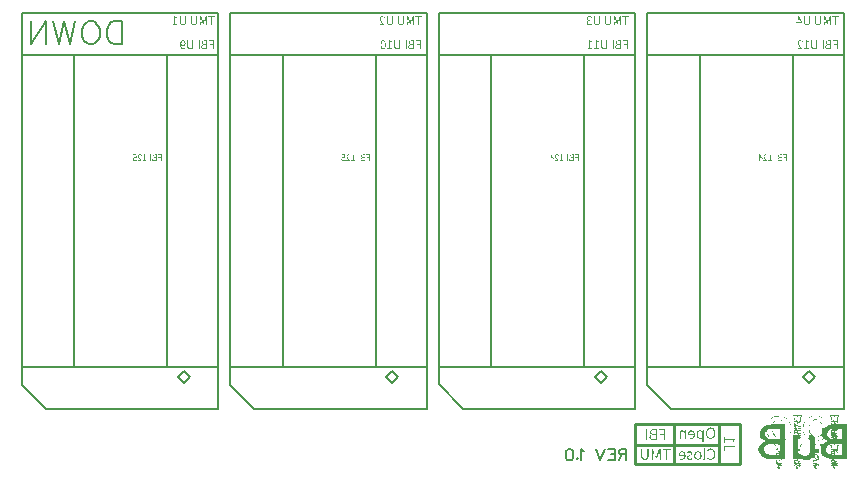
<source format=gbo>
G04 Layer: BottomSilkscreenLayer*
G04 EasyEDA v6.5.22, 2023-01-31 16:09:17*
G04 6fe1b45eb15a465e87536e095b6672f0,ba5b2474b43344648d466766df5634d0,10*
G04 Gerber Generator version 0.2*
G04 Scale: 100 percent, Rotated: No, Reflected: No *
G04 Dimensions in millimeters *
G04 leading zeros omitted , absolute positions ,4 integer and 5 decimal *
%FSLAX45Y45*%
%MOMM*%

%ADD10C,0.2032*%
%ADD11C,0.1501*%
%ADD12C,0.2540*%

%LPD*%
G36*
X6993737Y500532D02*
G01*
X6993737Y497941D01*
X7026909Y497941D01*
X7026909Y487476D01*
X7037933Y487476D01*
X7037933Y497941D01*
X7071156Y497941D01*
X7071156Y496316D01*
X7070598Y495300D01*
X7066889Y491743D01*
X7057288Y484479D01*
X7057288Y450850D01*
X7055408Y450850D01*
X7047738Y452475D01*
X7010298Y461873D01*
X7010298Y484479D01*
X7000697Y491743D01*
X6997039Y495300D01*
X6996480Y496316D01*
X6996480Y497941D01*
X6993737Y497941D01*
X6993737Y492150D01*
X7007555Y481838D01*
X7007555Y459536D01*
X7038086Y451713D01*
X7052106Y448716D01*
X7055561Y448259D01*
X7060082Y448259D01*
X7060082Y481838D01*
X7066330Y487578D01*
X7069988Y489762D01*
X7071309Y490067D01*
X7073900Y490067D01*
X7073900Y500532D01*
X7035190Y500532D01*
X7034428Y488746D01*
X7032040Y500532D01*
G37*
G36*
X6681266Y500532D02*
G01*
X6681266Y497941D01*
X6714439Y497941D01*
X6714439Y487476D01*
X6725513Y487476D01*
X6725513Y497941D01*
X6755942Y497941D01*
X6755942Y495604D01*
X6755434Y494436D01*
X6754164Y492861D01*
X6752234Y491185D01*
X6743801Y485698D01*
X6741464Y450697D01*
X6697878Y461518D01*
X6697878Y482498D01*
X6688277Y491032D01*
X6686042Y493318D01*
X6684568Y495147D01*
X6684009Y496265D01*
X6684009Y497941D01*
X6681266Y497941D01*
X6681266Y491998D01*
X6695084Y479856D01*
X6695084Y458927D01*
X6723888Y451662D01*
X6738924Y447548D01*
X6747611Y450697D01*
X6747611Y484225D01*
X6761429Y492810D01*
X6761429Y500532D01*
X6719976Y500532D01*
X6719214Y488746D01*
X6716826Y500532D01*
G37*
G36*
X6572046Y497789D02*
G01*
X6537198Y495147D01*
X6505854Y484022D01*
X6476034Y457403D01*
X6467144Y440334D01*
X6462115Y429107D01*
X6458959Y420370D01*
X6463741Y420370D01*
X6463944Y424484D01*
X6467094Y432460D01*
X6472224Y442468D01*
X6478574Y452577D01*
X6487922Y466090D01*
X6496812Y472490D01*
X6506718Y478790D01*
X6518148Y484987D01*
X6530594Y491083D01*
X6585864Y492607D01*
X6603593Y486968D01*
X6609384Y484581D01*
X6614922Y481787D01*
X6620256Y478637D01*
X6625488Y475030D01*
X6630568Y470916D01*
X6635699Y466242D01*
X6640931Y461060D01*
X6653326Y448005D01*
X6665772Y418185D01*
X6665772Y360730D01*
X6652717Y329387D01*
X6620865Y299262D01*
X6614312Y299262D01*
X6616700Y338328D01*
X6618122Y371094D01*
X6618528Y386689D01*
X6619036Y423418D01*
X6602526Y451612D01*
X6580733Y465226D01*
X6543954Y465226D01*
X6523583Y450545D01*
X6510223Y425602D01*
X6503774Y424738D01*
X6514795Y424738D01*
X6517081Y430682D01*
X6517995Y434136D01*
X6518148Y435406D01*
X6518909Y437134D01*
X6521043Y440131D01*
X6524244Y443992D01*
X6538010Y458622D01*
X6548120Y461264D01*
X6553403Y462330D01*
X6558838Y462737D01*
X6564325Y462635D01*
X6569811Y461975D01*
X6575247Y460857D01*
X6580530Y459232D01*
X6585661Y457250D01*
X6590487Y454812D01*
X6595059Y452069D01*
X6599174Y449021D01*
X6602882Y445668D01*
X6606031Y442112D01*
X6608622Y438353D01*
X6610502Y434390D01*
X6611721Y430326D01*
X6612128Y426161D01*
X6611162Y425856D01*
X6603796Y425348D01*
X6573215Y424789D01*
X6503774Y424738D01*
X6478524Y421436D01*
X6465874Y420268D01*
X6458959Y420370D01*
X6457238Y415290D01*
X6448298Y412242D01*
X6443980Y410413D01*
X6438900Y407670D01*
X6433616Y404418D01*
X6428841Y401015D01*
X6418427Y392836D01*
X6417320Y390753D01*
X6615226Y390753D01*
X6615633Y403148D01*
X6616649Y415594D01*
X6616649Y365912D01*
X6615328Y384149D01*
X6615226Y390753D01*
X6417320Y390753D01*
X6408494Y374091D01*
X6460032Y374091D01*
X6481165Y385318D01*
X6502907Y388620D01*
X6503388Y388162D01*
X6570675Y388162D01*
X6570675Y317601D01*
X6550406Y317601D01*
X6526834Y330657D01*
X6512255Y358800D01*
X6509054Y388162D01*
X6503388Y388162D01*
X6504990Y386638D01*
X6505803Y385216D01*
X6506464Y382828D01*
X6506921Y379780D01*
X6507429Y372160D01*
X6508343Y366623D01*
X6509664Y360527D01*
X6511340Y354584D01*
X6515607Y341020D01*
X6524193Y331774D01*
X6528104Y327914D01*
X6532473Y324154D01*
X6536740Y321005D01*
X6540347Y318820D01*
X6547916Y315163D01*
X6570675Y313639D01*
X6570675Y299262D01*
X6512306Y299262D01*
X6504635Y303022D01*
X6500825Y305358D01*
X6496151Y308914D01*
X6491173Y313182D01*
X6486499Y317754D01*
X6476034Y328726D01*
X6469735Y342087D01*
X6467144Y348030D01*
X6464757Y354279D01*
X6462877Y360121D01*
X6461709Y364794D01*
X6460032Y374091D01*
X6408494Y374091D01*
X6405575Y368554D01*
X6401968Y346659D01*
X6404651Y334924D01*
X6449009Y334924D01*
X6449263Y352856D01*
X6456375Y368554D01*
X6461302Y354177D01*
X6463893Y347624D01*
X6467246Y340360D01*
X6470954Y333298D01*
X6474561Y327304D01*
X6482842Y314807D01*
X6502806Y299262D01*
X6488785Y299262D01*
X6460388Y312674D01*
X6449009Y334924D01*
X6404651Y334924D01*
X6407912Y320446D01*
X6424066Y299415D01*
X6451803Y284429D01*
X6428841Y277926D01*
X6399580Y250291D01*
X6390284Y219913D01*
X6390987Y213410D01*
X6437782Y213410D01*
X6441389Y232664D01*
X6452616Y250240D01*
X6480810Y262636D01*
X6565138Y262686D01*
X6565036Y255422D01*
X6564477Y252679D01*
X6564071Y252221D01*
X6563563Y252679D01*
X6562242Y255422D01*
X6560108Y262686D01*
X6523685Y262686D01*
X6523685Y258521D01*
X6526428Y258521D01*
X6526428Y260096D01*
X6556857Y260096D01*
X6556857Y249631D01*
X6567525Y249631D01*
X6569913Y261366D01*
X6570675Y215798D01*
X6564934Y217576D01*
X6540246Y223672D01*
X6540246Y246634D01*
X6530644Y253898D01*
X6526987Y257454D01*
X6526428Y258521D01*
X6523685Y258521D01*
X6523685Y254304D01*
X6537502Y244043D01*
X6537502Y221589D01*
X6572046Y212293D01*
X6569151Y211328D01*
X6567017Y211226D01*
X6563258Y211734D01*
X6558432Y212699D01*
X6539890Y217830D01*
X6537970Y213055D01*
X6543700Y212750D01*
X6549593Y211734D01*
X6570675Y207060D01*
X6570675Y202031D01*
X6551879Y206248D01*
X6540246Y208483D01*
X6540246Y213055D01*
X6537970Y213055D01*
X6536994Y210667D01*
X6538569Y208279D01*
X6540195Y207111D01*
X6543548Y205638D01*
X6548069Y204063D01*
X6563410Y199542D01*
X6567068Y198120D01*
X6569151Y196951D01*
X6570776Y195376D01*
X6569659Y195021D01*
X6564680Y196037D01*
X6539941Y202184D01*
X6538468Y198577D01*
X6537807Y194818D01*
X6537957Y194614D01*
X6540246Y194614D01*
X6540296Y198323D01*
X6540652Y199644D01*
X6540957Y199745D01*
X6570675Y191465D01*
X6570675Y186486D01*
X6557721Y189230D01*
X6549593Y191414D01*
X6540246Y194614D01*
X6537957Y194614D01*
X6539941Y191922D01*
X6545529Y189534D01*
X6555333Y187147D01*
X6570675Y183896D01*
X6570675Y179324D01*
X6552184Y184556D01*
X6543344Y186588D01*
X6540957Y186893D01*
X6537502Y186893D01*
X6537502Y179273D01*
X6540246Y179273D01*
X6540246Y181762D01*
X6540601Y183438D01*
X6542684Y183794D01*
X6547815Y182676D01*
X6570675Y176123D01*
X6570675Y170688D01*
X6564274Y172872D01*
X6540246Y179273D01*
X6537502Y179273D01*
X6537502Y176733D01*
X6560769Y170434D01*
X6565493Y168808D01*
X6568287Y167589D01*
X6569151Y166776D01*
X6568135Y166420D01*
X6565239Y166624D01*
X6560464Y167436D01*
X6539280Y172466D01*
X6537950Y168605D01*
X6549948Y168198D01*
X6542684Y165455D01*
X6539331Y168605D01*
X6537950Y168605D01*
X6537045Y166014D01*
X6493510Y166014D01*
X6464960Y171805D01*
X6444132Y189585D01*
X6437782Y213410D01*
X6390987Y213410D01*
X6393688Y188976D01*
X6408775Y162712D01*
X6432956Y145288D01*
X6464198Y133959D01*
X6516330Y131470D01*
X6562394Y131419D01*
X6570472Y131114D01*
X6577126Y130149D01*
X6582257Y128625D01*
X6585712Y126542D01*
X6588353Y124206D01*
X6581597Y124358D01*
X6578092Y124714D01*
X6573570Y125526D01*
X6563766Y128016D01*
X6552692Y131470D01*
X6516330Y131470D01*
X6547154Y129997D01*
X6585712Y119329D01*
X6590487Y122174D01*
X6587794Y132029D01*
X6614922Y132029D01*
X6614922Y293573D01*
X6642455Y312267D01*
X6661708Y339801D01*
X6670192Y370941D01*
X6670192Y410718D01*
X6661403Y439115D01*
X6644640Y464058D01*
X6633616Y472998D01*
X6628485Y476910D01*
X6623354Y480415D01*
X6618071Y483565D01*
X6612585Y486308D01*
X6606895Y488696D01*
X6600799Y490880D01*
X6594297Y492759D01*
G37*
G36*
X6884517Y497585D02*
G01*
X6849668Y495147D01*
X6820103Y484682D01*
X6795262Y464007D01*
X6778345Y439064D01*
X6769760Y407974D01*
X6769798Y375920D01*
X6771843Y375920D01*
X6774484Y418185D01*
X6787134Y449326D01*
X6820916Y481584D01*
X6852920Y492709D01*
X6898335Y492506D01*
X6912711Y487832D01*
X6919163Y485393D01*
X6926173Y482346D01*
X6932828Y478993D01*
X6938365Y475742D01*
X6949643Y468325D01*
X6969201Y443179D01*
X6979412Y415747D01*
X6967880Y409600D01*
X6958482Y404164D01*
X6951421Y399084D01*
X6945884Y393700D01*
X6941210Y387451D01*
X6936486Y380187D01*
X6932930Y420014D01*
X6924497Y437591D01*
X6921601Y442417D01*
X6918553Y446684D01*
X6915251Y450392D01*
X6911644Y453694D01*
X6907682Y456641D01*
X6903262Y459232D01*
X6898335Y461619D01*
X6887260Y466445D01*
X6865518Y466547D01*
X6842252Y455930D01*
X6828231Y436473D01*
X6818884Y405638D01*
X6819473Y394157D01*
X6821525Y394157D01*
X6828231Y429564D01*
X6844487Y453745D01*
X6867906Y463804D01*
X6880047Y463397D01*
X6884416Y462889D01*
X6888734Y462127D01*
X6900519Y458978D01*
X6908647Y451662D01*
X6912203Y448056D01*
X6915912Y443687D01*
X6919315Y439115D01*
X6921957Y434848D01*
X6927138Y425297D01*
X6932930Y391160D01*
X6929221Y367588D01*
X6927900Y361391D01*
X6926427Y355854D01*
X6924700Y350926D01*
X6922719Y346354D01*
X6920331Y342087D01*
X6917588Y337870D01*
X6907275Y324866D01*
X6888835Y317601D01*
X6866890Y317601D01*
X6865162Y329336D01*
X6840270Y331978D01*
X6825488Y359511D01*
X6821525Y394157D01*
X6819473Y394157D01*
X6821170Y360172D01*
X6835241Y333248D01*
X6822287Y333248D01*
X6822287Y301904D01*
X6819747Y301904D01*
X6817817Y302818D01*
X6814312Y305257D01*
X6804761Y313385D01*
X6792315Y324815D01*
X6786829Y335026D01*
X6784289Y340156D01*
X6778853Y353771D01*
X6771843Y375920D01*
X6769798Y375920D01*
X6769811Y371144D01*
X6777583Y343662D01*
X6791959Y320446D01*
X6825030Y292912D01*
X6825022Y289153D01*
X6866534Y289153D01*
X6866534Y314147D01*
X6890867Y314502D01*
X6911543Y323748D01*
X6921703Y337464D01*
X6924446Y340664D01*
X6926681Y342798D01*
X6928053Y343611D01*
X6930136Y343712D01*
X6930136Y339496D01*
X6974433Y339496D01*
X6985355Y374091D01*
X7006285Y385216D01*
X7054799Y372313D01*
X7057440Y373837D01*
X7058456Y374700D01*
X7059320Y375970D01*
X7059879Y377393D01*
X7060082Y378866D01*
X7060082Y382371D01*
X7053630Y384556D01*
X7048855Y385267D01*
X7042099Y385114D01*
X7057288Y379882D01*
X7057288Y374751D01*
X7047636Y377596D01*
X7026148Y383235D01*
X7018426Y385572D01*
X7016953Y386232D01*
X7019696Y386689D01*
X7040473Y387502D01*
X7095998Y388264D01*
X7095998Y299262D01*
X7047941Y299262D01*
X7058152Y306324D01*
X7054900Y308203D01*
X7052157Y309321D01*
X7040321Y312928D01*
X7025386Y316941D01*
X7013346Y319786D01*
X7010349Y320192D01*
X7007555Y320192D01*
X7007555Y312724D01*
X7010298Y312724D01*
X7010349Y316077D01*
X7010704Y317246D01*
X7011009Y317347D01*
X7030567Y312369D01*
X7044385Y308559D01*
X7048957Y307035D01*
X7051040Y306070D01*
X7052716Y304495D01*
X7046417Y304495D01*
X7042810Y304850D01*
X7037628Y305714D01*
X7025233Y308610D01*
X7010298Y312724D01*
X7007555Y312724D01*
X7007555Y309880D01*
X7042099Y300583D01*
X7041743Y300278D01*
X7033564Y300228D01*
X7008571Y301294D01*
X7000443Y305257D01*
X6996785Y307289D01*
X6992874Y309930D01*
X6989114Y312826D01*
X6986066Y315620D01*
X6979767Y321970D01*
X6974433Y339496D01*
X6930136Y339496D01*
X6930136Y330403D01*
X6939686Y311200D01*
X6940194Y306222D01*
X6936384Y302514D01*
X6913625Y291388D01*
X6872020Y285953D01*
X6866534Y289153D01*
X6825022Y289153D01*
X6824960Y260096D01*
X6872071Y260096D01*
X6872071Y249631D01*
X6880352Y249631D01*
X6880352Y260096D01*
X6913524Y260096D01*
X6913524Y258419D01*
X6912965Y257302D01*
X6909308Y253187D01*
X6899706Y244652D01*
X6899706Y213055D01*
X6895744Y213461D01*
X6887260Y215341D01*
X6867906Y220116D01*
X6866280Y260096D01*
X6824960Y260096D01*
X6824843Y206044D01*
X6866534Y206044D01*
X6866534Y208229D01*
X6867448Y209753D01*
X6870598Y209956D01*
X6876745Y208737D01*
X6899706Y202285D01*
X6899706Y197002D01*
X6866534Y206044D01*
X6824843Y206044D01*
X6824827Y198678D01*
X6823174Y190703D01*
X6866534Y190703D01*
X6866534Y192735D01*
X6867398Y194106D01*
X6870395Y194360D01*
X6876288Y193344D01*
X6897928Y188061D01*
X6899859Y182473D01*
X6866534Y190703D01*
X6823174Y190703D01*
X6821125Y180695D01*
X6866636Y180695D01*
X6866686Y181305D01*
X6866991Y181406D01*
X6899706Y172821D01*
X6899706Y170688D01*
X6898690Y169113D01*
X6895439Y168808D01*
X6889496Y169824D01*
X6868210Y175615D01*
X6866636Y180695D01*
X6821125Y180695D01*
X6820204Y176174D01*
X6810126Y166014D01*
X6863740Y166014D01*
X6867194Y165709D01*
X6873900Y164287D01*
X6899706Y157378D01*
X6899706Y152603D01*
X6882384Y157073D01*
X6863740Y161391D01*
X6863740Y166014D01*
X6810126Y166014D01*
X6807708Y163576D01*
X6782917Y160070D01*
X6752640Y166471D01*
X6747713Y171145D01*
X6745173Y173177D01*
X6741922Y175310D01*
X6738315Y177241D01*
X6734860Y178765D01*
X6726885Y181711D01*
X6742938Y178765D01*
X6747306Y185420D01*
X6741414Y192125D01*
X6736384Y192125D01*
X6734302Y192328D01*
X6732320Y192887D01*
X6730695Y193751D01*
X6729628Y194767D01*
X6727901Y197408D01*
X6745630Y196037D01*
X6748119Y202641D01*
X6731304Y209397D01*
X6728917Y210972D01*
X6730949Y211632D01*
X6746240Y211734D01*
X6747865Y246583D01*
X6761429Y254965D01*
X6761429Y262686D01*
X6728053Y262686D01*
X6728968Y309321D01*
X6736689Y306527D01*
X6729679Y298297D01*
X6740956Y301904D01*
X6741414Y302209D01*
X6742023Y304139D01*
X6742074Y309321D01*
X6726885Y315010D01*
X6742938Y312064D01*
X6747306Y318719D01*
X6741414Y325424D01*
X6731355Y325424D01*
X6727596Y331216D01*
X6744360Y327710D01*
X6748272Y333705D01*
X6745681Y336143D01*
X6743192Y337464D01*
X6731558Y341325D01*
X6716217Y345592D01*
X6709003Y347319D01*
X6703110Y348488D01*
X6699300Y348945D01*
X6695084Y348945D01*
X6695084Y341934D01*
X6697878Y341934D01*
X6697878Y344119D01*
X6699503Y344982D01*
X6703974Y344830D01*
X6710324Y344017D01*
X6717741Y342595D01*
X6725412Y340817D01*
X6732422Y338785D01*
X6738010Y336804D01*
X6741261Y334924D01*
X6742430Y332689D01*
X6739229Y332181D01*
X6731558Y333400D01*
X6719163Y336397D01*
X6697878Y341934D01*
X6695084Y341934D01*
X6695084Y339039D01*
X6726885Y331165D01*
X6721348Y330911D01*
X6714845Y331419D01*
X6706971Y333044D01*
X6698081Y335432D01*
X6686803Y332638D01*
X6686803Y322783D01*
X6733184Y322783D01*
X6736892Y322427D01*
X6739686Y321360D01*
X6741464Y319633D01*
X6742074Y317398D01*
X6742074Y315468D01*
X6734251Y317550D01*
X6732168Y318465D01*
X6730492Y319532D01*
X6729425Y320497D01*
X6727952Y322783D01*
X6686803Y322783D01*
X6686803Y262686D01*
X6681266Y262686D01*
X6681266Y260096D01*
X6755942Y260096D01*
X6755942Y257810D01*
X6755434Y256590D01*
X6754164Y255066D01*
X6752234Y253339D01*
X6743801Y247904D01*
X6741414Y212699D01*
X6735622Y214782D01*
X6732117Y215544D01*
X6728256Y215646D01*
X6728256Y260096D01*
X6681266Y260096D01*
X6681266Y252577D01*
X6686803Y249326D01*
X6686803Y202895D01*
X6728256Y202895D01*
X6728561Y203809D01*
X6729272Y204520D01*
X6730390Y204978D01*
X6731711Y205181D01*
X6735521Y204419D01*
X6739229Y202641D01*
X6741718Y200609D01*
X6741922Y198932D01*
X6738874Y198323D01*
X6734302Y199136D01*
X6730085Y200863D01*
X6728256Y202895D01*
X6686803Y202895D01*
X6686803Y189534D01*
X6739026Y189534D01*
X6742430Y184302D01*
X6731355Y184302D01*
X6727952Y189534D01*
X6686803Y189534D01*
X6686803Y148539D01*
X6855459Y148539D01*
X6855459Y150723D01*
X6857136Y151536D01*
X6861556Y151434D01*
X6867906Y150622D01*
X6875322Y149199D01*
X6882993Y147421D01*
X6890054Y145389D01*
X6895592Y143357D01*
X6898894Y141528D01*
X6900011Y139395D01*
X6896963Y138938D01*
X6889394Y140157D01*
X6876897Y143103D01*
X6855459Y148539D01*
X6686803Y148539D01*
X6686803Y144322D01*
X6725920Y144322D01*
X6726174Y144932D01*
X6727850Y144322D01*
X6735165Y139954D01*
X6731914Y139903D01*
X6730492Y140106D01*
X6729069Y140665D01*
X6727799Y141478D01*
X6726885Y142494D01*
X6725920Y144322D01*
X6686803Y144322D01*
X6686803Y133248D01*
X6693967Y131470D01*
X6719976Y131368D01*
X6728663Y131013D01*
X6735876Y130200D01*
X6742074Y129032D01*
X6742074Y124206D01*
X6737248Y124358D01*
X6730593Y125526D01*
X6721348Y128016D01*
X6710324Y131470D01*
X6693967Y131470D01*
X6743293Y119176D01*
X6747408Y125425D01*
X6744614Y128066D01*
X6742836Y129336D01*
X6736638Y132435D01*
X6724142Y136956D01*
X6737959Y135839D01*
X6744411Y135077D01*
X6751726Y133858D01*
X6758990Y132384D01*
X6765340Y130759D01*
X6778904Y126796D01*
X6815937Y126796D01*
X6825335Y129794D01*
X6829704Y131470D01*
X6834733Y133807D01*
X6839712Y136550D01*
X6844131Y139344D01*
X6853529Y145948D01*
X6892036Y136448D01*
X6899706Y135077D01*
X6902246Y136194D01*
X6902450Y144729D01*
X6879844Y150774D01*
X6867702Y154228D01*
X6856831Y157734D01*
X6860997Y157937D01*
X6863791Y157683D01*
X6874103Y155702D01*
X6886549Y152755D01*
X6896455Y150672D01*
X6898995Y150368D01*
X6902450Y150317D01*
X6902450Y160223D01*
X6862368Y170840D01*
X6868159Y171043D01*
X6871411Y170789D01*
X6876084Y170078D01*
X6881469Y168960D01*
X6900062Y163779D01*
X6903212Y171551D01*
X6900773Y173736D01*
X6898538Y174904D01*
X6894271Y176530D01*
X6875932Y182016D01*
X6871106Y183743D01*
X6868109Y185115D01*
X6867398Y185978D01*
X6869175Y186182D01*
X6872884Y185775D01*
X6884009Y183235D01*
X6895287Y180289D01*
X6901027Y179070D01*
X6902856Y179070D01*
X6901078Y190296D01*
X6875780Y197053D01*
X6869379Y198983D01*
X6866839Y200253D01*
X6866940Y201218D01*
X6868464Y201371D01*
X6871766Y200914D01*
X6892188Y195884D01*
X6898741Y194767D01*
X6902450Y194767D01*
X6902450Y204978D01*
X6866534Y213614D01*
X6866534Y218033D01*
X6885127Y212801D01*
X6894728Y210769D01*
X6897624Y210464D01*
X6902450Y210413D01*
X6902450Y242062D01*
X6916318Y254152D01*
X6916318Y262686D01*
X6877558Y262686D01*
X6876846Y250952D01*
X6874408Y262686D01*
X6866534Y262686D01*
X6866534Y283616D01*
X6890258Y283616D01*
X6923227Y291693D01*
X6946341Y304546D01*
X6948119Y301853D01*
X6949897Y300228D01*
X6953351Y297789D01*
X6963511Y291795D01*
X6977125Y284429D01*
X6954926Y277520D01*
X6933426Y260096D01*
X7026909Y260096D01*
X7026909Y257454D01*
X7032802Y257454D01*
X7032904Y259232D01*
X7034733Y264007D01*
X7034733Y250952D01*
X7032904Y255727D01*
X7032802Y257454D01*
X7026909Y257454D01*
X7026909Y249631D01*
X7037933Y249631D01*
X7037933Y260096D01*
X7071156Y260096D01*
X7071156Y258521D01*
X7070598Y257454D01*
X7066889Y253898D01*
X7057288Y246634D01*
X7057288Y213055D01*
X7053681Y213258D01*
X7038797Y216662D01*
X7010298Y223672D01*
X7010298Y246634D01*
X7000697Y253898D01*
X6997039Y257454D01*
X6996480Y258521D01*
X6996480Y260096D01*
X6933426Y260096D01*
X6932675Y259486D01*
X6917791Y232664D01*
X6917791Y200456D01*
X6965645Y200456D01*
X6965645Y227431D01*
X6968540Y233934D01*
X6971487Y239623D01*
X6974992Y244449D01*
X6979462Y248716D01*
X6985000Y252780D01*
X6991502Y257048D01*
X7007555Y243535D01*
X7007555Y221437D01*
X7037933Y213817D01*
X7051903Y210870D01*
X7055408Y210413D01*
X7060082Y210413D01*
X7060082Y244043D01*
X7073900Y254304D01*
X7073900Y262686D01*
X7095998Y262686D01*
X7095998Y166014D01*
X7060692Y166014D01*
X7058101Y175463D01*
X7025741Y183438D01*
X7009587Y186944D01*
X7007555Y186893D01*
X7007555Y179273D01*
X7010298Y179273D01*
X7010450Y182727D01*
X7010908Y183489D01*
X7011568Y183896D01*
X7012381Y183997D01*
X7021830Y181762D01*
X7036206Y177546D01*
X7054138Y171602D01*
X7056221Y170586D01*
X7058253Y168605D01*
X7054037Y168605D01*
X7048703Y169316D01*
X7032701Y173685D01*
X7010298Y179273D01*
X7007555Y179273D01*
X7007555Y176834D01*
X7030415Y170688D01*
X7041540Y167284D01*
X7041997Y166878D01*
X7040880Y166827D01*
X7022744Y169214D01*
X7004405Y170383D01*
X6997801Y171500D01*
X6991756Y173278D01*
X6986320Y175768D01*
X6981444Y179019D01*
X6977075Y182930D01*
X6973163Y187604D01*
X6969759Y193040D01*
X6965645Y200456D01*
X6917791Y200456D01*
X6917791Y193446D01*
X6929424Y169468D01*
X6939534Y159918D01*
X6944258Y155803D01*
X6949795Y151638D01*
X6955332Y147980D01*
X6960260Y145237D01*
X6970877Y140106D01*
X7005999Y131673D01*
X7032447Y131521D01*
X7040575Y131114D01*
X7047230Y130149D01*
X7052360Y128625D01*
X7055764Y126542D01*
X7058406Y124206D01*
X7053021Y124206D01*
X7049922Y124510D01*
X7040422Y126542D01*
X7022744Y131673D01*
X7005999Y131673D01*
X7033514Y125120D01*
X7052919Y120853D01*
X7058710Y120243D01*
X7058253Y132029D01*
X7140244Y132029D01*
X7140244Y424738D01*
X7062774Y424738D01*
X7057948Y427278D01*
X7054443Y428650D01*
X7040930Y432816D01*
X7011873Y440334D01*
X7008144Y436829D01*
X7010400Y436829D01*
X7010501Y437438D01*
X7010755Y437591D01*
X7055916Y425145D01*
X7046264Y424992D01*
X7041540Y425196D01*
X7035800Y425907D01*
X7029805Y426974D01*
X7024268Y428294D01*
X7011974Y431749D01*
X7010400Y436829D01*
X7008144Y436829D01*
X7006793Y435559D01*
X7010146Y427329D01*
X7022744Y426974D01*
X6982714Y416356D01*
X6979869Y424281D01*
X6975144Y434949D01*
X6964883Y456387D01*
X6935673Y482549D01*
X6922871Y487883D01*
X6916928Y490118D01*
X6910070Y492302D01*
X6903262Y494131D01*
X6897319Y495401D01*
G37*
G36*
X7011670Y455523D02*
G01*
X7006793Y451205D01*
X7008564Y446887D01*
X7010298Y446887D01*
X7010298Y448868D01*
X7012127Y449580D01*
X7016902Y449326D01*
X7023811Y448360D01*
X7031786Y446887D01*
X7040016Y445008D01*
X7047534Y443026D01*
X7053376Y441096D01*
X7056577Y439369D01*
X7057644Y437235D01*
X7054240Y436829D01*
X7046163Y438150D01*
X7033056Y441198D01*
X7010298Y446887D01*
X7008564Y446887D01*
X7009841Y443738D01*
X7054596Y432308D01*
X7057339Y433882D01*
X7058406Y434797D01*
X7059269Y436118D01*
X7059879Y437591D01*
X7060082Y439166D01*
X7060082Y442823D01*
X7029907Y450494D01*
G37*
G36*
X6699148Y453948D02*
G01*
X6695795Y452526D01*
X6695084Y448614D01*
X6695084Y446481D01*
X6697878Y446481D01*
X6697878Y448665D01*
X6699503Y449478D01*
X6703974Y449376D01*
X6710324Y448564D01*
X6717741Y447141D01*
X6725412Y445363D01*
X6732422Y443331D01*
X6738010Y441350D01*
X6741261Y439470D01*
X6742430Y437337D01*
X6739381Y436880D01*
X6731762Y438099D01*
X6719265Y441045D01*
X6697878Y446481D01*
X6695084Y446481D01*
X6695084Y444093D01*
X6742836Y432257D01*
X6748729Y437794D01*
X6741820Y444296D01*
X6720535Y449732D01*
X6706819Y452983D01*
G37*
G36*
X6694728Y440435D02*
G01*
X6695487Y435305D01*
X6698030Y435305D01*
X6700316Y435914D01*
X6707174Y434695D01*
X6733184Y428294D01*
X6740042Y426161D01*
X6742226Y424688D01*
X6741312Y423113D01*
X6739585Y421487D01*
X6700570Y430530D01*
X6698945Y433019D01*
X6698030Y435305D01*
X6695487Y435305D01*
X6696456Y428802D01*
X6742988Y416610D01*
X6747408Y423418D01*
X6740702Y429615D01*
X6711746Y436829D01*
X6699503Y439674D01*
G37*
G36*
X6695084Y424738D02*
G01*
X6695084Y417271D01*
X6697878Y417271D01*
X6697929Y420624D01*
X6698284Y421792D01*
X6742074Y411073D01*
X6742074Y405892D01*
X6730390Y408635D01*
X6697878Y417271D01*
X6695084Y417271D01*
X6695084Y414629D01*
X6717842Y408482D01*
X6730898Y405434D01*
X6744157Y403250D01*
X6747256Y407974D01*
X6743496Y413715D01*
X6716217Y420979D01*
X6703314Y423926D01*
X6699910Y424434D01*
G37*
G36*
X6695084Y409041D02*
G01*
X6695084Y406450D01*
X6697878Y406450D01*
X6701332Y406146D01*
X6704584Y405587D01*
X6716064Y402742D01*
X6729526Y398932D01*
X6739534Y395732D01*
X6741515Y394817D01*
X6742480Y392684D01*
X6739077Y392277D01*
X6731355Y393446D01*
X6719112Y396341D01*
X6697878Y401828D01*
X6697878Y406450D01*
X6695084Y406450D01*
X6695084Y399186D01*
X6739839Y387756D01*
X6743750Y389178D01*
X6746849Y390652D01*
X6748373Y392226D01*
X6748272Y393903D01*
X6746544Y395681D01*
X6743141Y397560D01*
X6738112Y399592D01*
X6731406Y401726D01*
X6715556Y405790D01*
X6703263Y408381D01*
X6699910Y408838D01*
G37*
G36*
X6695084Y395986D02*
G01*
X6695084Y386791D01*
X6697878Y386791D01*
X6697878Y388772D01*
X6698792Y390194D01*
X6702399Y390245D01*
X6709918Y388874D01*
X6740296Y381457D01*
X6742226Y375970D01*
X6697878Y386791D01*
X6695084Y386791D01*
X6695084Y384200D01*
X6742938Y372211D01*
X6748729Y377698D01*
X6741922Y384149D01*
X6699656Y395224D01*
G37*
G36*
X6694728Y380288D02*
G01*
X6695521Y375158D01*
X6697624Y375158D01*
X6700113Y375767D01*
X6707428Y374599D01*
X6719976Y371602D01*
X6733286Y368147D01*
X6740144Y366014D01*
X6742226Y364490D01*
X6741210Y362915D01*
X6739432Y361238D01*
X6720687Y365861D01*
X6706717Y369824D01*
X6701891Y371551D01*
X6699402Y372770D01*
X6697624Y375158D01*
X6695521Y375158D01*
X6696456Y369062D01*
X6743293Y356971D01*
X6747408Y363270D01*
X6744665Y365912D01*
X6742074Y367385D01*
X6736892Y369417D01*
X6729984Y371754D01*
X6713931Y376326D01*
X6701332Y379476D01*
X6698335Y380034D01*
G37*
G36*
X7011670Y379222D02*
G01*
X7008926Y378561D01*
X7008926Y372668D01*
X7010298Y372668D01*
X7010349Y376123D01*
X7010704Y377393D01*
X7011009Y377494D01*
X7032904Y371602D01*
X7048601Y366928D01*
X7053884Y364947D01*
X7056424Y363626D01*
X7058710Y361289D01*
X7043470Y364032D01*
X7030618Y367080D01*
X7010298Y372668D01*
X7008926Y372668D01*
X7008926Y369062D01*
X7055916Y357276D01*
X7060387Y359867D01*
X7058659Y368198D01*
X7027773Y376275D01*
X7020153Y378002D01*
X7014514Y379018D01*
G37*
G36*
X7007555Y364642D02*
G01*
X7007555Y356971D01*
X7010298Y356971D01*
X7010298Y359511D01*
X7010653Y361188D01*
X7013295Y361442D01*
X7020661Y359918D01*
X7047992Y353009D01*
X7055002Y350824D01*
X7057440Y349148D01*
X7056678Y347472D01*
X7055103Y345998D01*
X7010298Y356971D01*
X7007555Y356971D01*
X7007555Y354380D01*
X7044893Y345236D01*
X7052716Y343916D01*
X7055459Y343712D01*
X7060488Y343712D01*
X7058609Y352856D01*
X7029500Y360832D01*
X7015886Y363931D01*
X7012381Y364490D01*
G37*
G36*
X6695084Y364642D02*
G01*
X6695084Y356971D01*
X6697878Y356971D01*
X6697878Y359511D01*
X6698183Y361188D01*
X6700672Y361391D01*
X6707631Y359867D01*
X6733590Y352856D01*
X6740093Y350621D01*
X6742226Y348996D01*
X6741363Y347370D01*
X6739686Y345795D01*
X6726021Y349808D01*
X6714896Y352806D01*
X6697878Y356971D01*
X6695084Y356971D01*
X6695084Y354380D01*
X6742074Y342646D01*
X6747408Y347675D01*
X6743496Y353568D01*
X6716217Y360984D01*
X6703314Y363931D01*
X6699910Y364439D01*
G37*
G36*
X7010704Y349605D02*
G01*
X7008215Y348132D01*
X7007555Y344830D01*
X7007555Y342087D01*
X7010298Y342087D01*
X7010298Y344220D01*
X7011314Y345744D01*
X7015225Y345795D01*
X7023455Y344119D01*
X7057288Y335330D01*
X7057288Y330098D01*
X7050938Y332079D01*
X7010298Y342087D01*
X7007555Y342087D01*
X7007555Y340969D01*
X7013752Y338480D01*
X7023252Y335534D01*
X7037374Y331927D01*
X7054748Y327863D01*
X7057390Y329387D01*
X7058456Y330301D01*
X7059269Y331571D01*
X7059879Y333095D01*
X7060082Y334619D01*
X7060082Y338277D01*
X7015784Y349300D01*
G37*
G36*
X7011111Y334213D02*
G01*
X7009434Y333959D01*
X7007250Y332790D01*
X7007676Y330606D01*
X7010146Y330606D01*
X7012686Y331165D01*
X7020255Y329895D01*
X7055561Y321157D01*
X7057593Y315417D01*
X7027468Y322834D01*
X7020052Y324967D01*
X7014565Y326847D01*
X7011873Y328168D01*
X7010146Y330606D01*
X7007676Y330606D01*
X7008926Y324459D01*
X7055358Y312521D01*
X7057745Y313893D01*
X7058659Y314706D01*
X7059371Y315976D01*
X7059879Y317449D01*
X7060082Y318973D01*
X7060082Y322681D01*
X7026249Y331520D01*
X7017410Y333552D01*
X7013854Y334060D01*
G37*
G36*
X7011670Y217424D02*
G01*
X7006793Y213410D01*
X7008584Y208991D01*
X7010298Y208991D01*
X7010298Y211023D01*
X7011314Y212496D01*
X7015276Y212496D01*
X7023506Y210820D01*
X7057288Y202031D01*
X7057288Y196799D01*
X7050938Y198882D01*
X7010298Y208991D01*
X7008584Y208991D01*
X7009841Y205892D01*
X7054596Y194462D01*
X7057339Y196088D01*
X7058406Y197002D01*
X7059269Y198272D01*
X7059879Y199796D01*
X7060082Y201320D01*
X7060082Y204978D01*
X7029907Y212547D01*
G37*
G36*
X7013295Y201574D02*
G01*
X7011670Y201472D01*
X7008926Y200863D01*
X7008926Y197459D01*
X7010095Y197459D01*
X7012736Y198018D01*
X7020407Y196697D01*
X7033666Y193497D01*
X7055612Y187807D01*
X7057644Y181965D01*
X7027468Y189687D01*
X7014565Y193751D01*
X7011873Y195072D01*
X7010095Y197459D01*
X7008926Y197459D01*
X7008926Y191363D01*
X7055510Y179324D01*
X7057796Y180644D01*
X7058659Y181457D01*
X7059422Y182676D01*
X7059879Y184150D01*
X7060082Y185674D01*
X7060082Y189382D01*
X7018477Y200761D01*
G37*
G36*
X6855409Y141884D02*
G01*
X6852259Y141173D01*
X6850414Y137261D01*
X6859727Y137007D01*
X6863384Y136601D01*
X6874509Y134112D01*
X6887057Y130606D01*
X6896455Y127304D01*
X6898589Y126136D01*
X6900621Y124206D01*
X6896912Y124206D01*
X6893559Y124561D01*
X6882333Y126949D01*
X6869277Y130505D01*
X6859270Y133858D01*
X6856984Y135026D01*
X6854342Y137261D01*
X6850414Y137261D01*
X6849262Y134416D01*
X6850786Y132943D01*
X6853224Y131927D01*
X6866128Y127914D01*
X6883400Y123088D01*
X6897319Y119583D01*
X6900570Y119024D01*
X6902856Y118973D01*
X6901078Y130708D01*
X6863334Y140360D01*
G37*
G36*
X7007555Y126796D02*
G01*
X7007555Y119176D01*
X7010298Y119176D01*
X7010298Y121666D01*
X7010704Y123393D01*
X7013448Y123647D01*
X7020814Y122072D01*
X7048246Y114909D01*
X7055154Y112674D01*
X7057440Y111150D01*
X7056678Y109626D01*
X7055103Y108153D01*
X7010298Y119176D01*
X7007555Y119176D01*
X7007555Y116535D01*
X7024471Y112420D01*
X7042708Y107391D01*
X7050531Y106070D01*
X7053783Y105867D01*
X7060488Y105867D01*
X7058659Y114858D01*
X7029500Y122885D01*
X7015886Y126085D01*
X7012381Y126593D01*
G37*
G36*
X6695084Y126796D02*
G01*
X6695084Y119176D01*
X6697878Y119176D01*
X6697878Y121666D01*
X6698183Y123342D01*
X6700672Y123596D01*
X6707631Y122021D01*
X6733590Y115011D01*
X6740093Y112826D01*
X6742226Y111201D01*
X6741363Y109524D01*
X6739686Y108000D01*
X6726021Y112014D01*
X6697878Y119176D01*
X6695084Y119176D01*
X6695084Y116687D01*
X6717842Y110540D01*
X6730898Y107492D01*
X6744157Y105308D01*
X6747256Y110032D01*
X6743496Y115722D01*
X6716217Y123139D01*
X6703314Y126085D01*
X6699910Y126593D01*
G37*
G36*
X6537502Y126796D02*
G01*
X6537502Y119176D01*
X6540246Y119176D01*
X6540246Y121666D01*
X6540601Y123393D01*
X6543294Y123596D01*
X6550863Y121920D01*
X6587236Y112522D01*
X6587236Y110489D01*
X6586220Y109016D01*
X6583172Y108610D01*
X6578295Y109270D01*
X6557213Y115011D01*
X6540246Y119176D01*
X6537502Y119176D01*
X6537502Y116535D01*
X6554419Y112420D01*
X6572656Y107391D01*
X6580479Y106070D01*
X6583730Y105867D01*
X6590436Y105867D01*
X6588607Y114858D01*
X6559448Y122885D01*
X6545834Y126085D01*
X6542328Y126593D01*
G37*
G36*
X6855459Y125882D02*
G01*
X6851294Y125425D01*
X6851294Y121615D01*
X6855256Y121615D01*
X6857746Y122275D01*
X6865010Y121208D01*
X6877558Y118364D01*
X6890308Y115163D01*
X6897319Y112979D01*
X6899859Y111353D01*
X6899148Y109677D01*
X6897624Y108254D01*
X6871055Y114554D01*
X6859524Y118059D01*
X6857034Y119278D01*
X6855256Y121615D01*
X6851294Y121615D01*
X6851294Y117652D01*
X6873240Y111099D01*
X6886854Y107797D01*
X6892086Y106781D01*
X6902450Y105206D01*
X6902450Y115316D01*
X6872376Y122986D01*
X6858762Y125679D01*
G37*
G36*
X7007555Y111099D02*
G01*
X7007555Y107340D01*
X7008977Y105105D01*
X7010298Y104292D01*
X7010298Y106375D01*
X7011314Y107950D01*
X7015225Y107950D01*
X7023455Y106324D01*
X7057288Y97485D01*
X7057288Y92252D01*
X7050938Y94284D01*
X7010298Y104292D01*
X7012940Y102463D01*
X7018832Y99618D01*
X7026097Y96875D01*
X7034072Y94335D01*
X7042200Y92252D01*
X7049922Y90830D01*
X7056628Y90271D01*
X7060082Y90220D01*
X7060082Y93980D01*
X7059168Y97231D01*
X7055764Y99974D01*
X7048601Y102768D01*
X7036612Y106222D01*
X7023049Y109474D01*
X7017461Y110489D01*
X7013752Y110947D01*
G37*
G36*
X6849516Y111099D02*
G01*
X6850977Y103936D01*
X6855459Y103936D01*
X6855459Y106222D01*
X6855917Y107797D01*
X6858660Y107950D01*
X6865823Y106375D01*
X6899706Y97485D01*
X6899706Y92456D01*
X6855459Y103936D01*
X6850977Y103936D01*
X6851396Y101955D01*
X6880504Y94030D01*
X6894118Y90881D01*
X6897624Y90373D01*
X6902450Y90220D01*
X6902450Y100431D01*
X6867804Y109118D01*
X6859219Y110591D01*
X6855968Y110896D01*
G37*
G36*
X6695084Y111099D02*
G01*
X6695084Y104089D01*
X6697878Y104089D01*
X6697878Y106324D01*
X6699554Y107086D01*
X6704025Y106933D01*
X6710425Y106019D01*
X6717893Y104597D01*
X6725615Y102768D01*
X6732676Y100736D01*
X6738264Y98704D01*
X6741515Y96875D01*
X6742480Y94792D01*
X6739128Y94386D01*
X6731406Y95605D01*
X6719163Y98552D01*
X6697878Y104089D01*
X6695084Y104089D01*
X6695084Y101447D01*
X6742582Y89611D01*
X6748729Y95453D01*
X6745884Y98145D01*
X6743344Y99568D01*
X6738670Y101447D01*
X6732371Y103581D01*
X6717893Y107594D01*
X6705142Y110337D01*
X6701332Y110794D01*
G37*
G36*
X6537502Y111099D02*
G01*
X6537502Y104292D01*
X6540246Y104292D01*
X6540246Y106375D01*
X6541262Y107950D01*
X6545224Y107950D01*
X6553403Y106324D01*
X6587236Y97485D01*
X6587236Y92252D01*
X6580886Y94284D01*
X6540246Y104292D01*
X6537502Y104292D01*
X6537502Y101295D01*
X6585356Y89966D01*
X6591147Y95453D01*
X6588048Y98348D01*
X6585458Y99872D01*
X6580682Y101803D01*
X6574485Y103936D01*
X6567424Y106019D01*
X6553250Y109423D01*
X6547510Y110489D01*
X6543700Y110947D01*
G37*
G36*
X6695084Y98044D02*
G01*
X6695084Y92811D01*
X6702704Y92506D01*
X6710934Y90982D01*
X6723938Y87731D01*
X6740398Y83312D01*
X6742226Y78028D01*
X6697878Y88849D01*
X6697878Y92811D01*
X6695084Y92811D01*
X6695084Y86258D01*
X6742988Y74269D01*
X6747408Y81026D01*
X6744614Y83667D01*
X6741871Y85140D01*
X6736435Y87172D01*
X6729069Y89560D01*
X6712102Y94183D01*
X6699656Y97332D01*
G37*
G36*
X6854088Y96926D02*
G01*
X6851294Y96316D01*
X6851294Y88849D01*
X6855459Y88849D01*
X6855459Y90830D01*
X6856374Y92252D01*
X6860031Y92303D01*
X6867499Y90932D01*
X6897928Y83515D01*
X6899960Y77673D01*
X6855459Y88849D01*
X6851294Y88849D01*
X6851294Y86817D01*
X6884111Y78333D01*
X6900570Y74574D01*
X6902856Y74523D01*
X6901078Y85852D01*
X6870141Y93929D01*
X6856882Y96723D01*
G37*
G36*
X7011111Y96367D02*
G01*
X7009434Y96113D01*
X7007250Y94945D01*
X7007687Y92760D01*
X7010146Y92760D01*
X7012686Y93319D01*
X7020255Y92049D01*
X7055561Y83312D01*
X7058050Y76301D01*
X7050278Y78943D01*
X7024776Y85648D01*
X7018731Y87477D01*
X7014209Y89103D01*
X7011873Y90373D01*
X7010146Y92760D01*
X7007687Y92760D01*
X7008926Y86868D01*
X7053173Y74625D01*
X7060082Y76962D01*
X7060082Y84632D01*
X7026249Y93624D01*
X7017410Y95707D01*
X7013854Y96215D01*
G37*
G36*
X6541058Y96367D02*
G01*
X6539433Y96113D01*
X6537198Y94945D01*
X6537634Y92760D01*
X6540093Y92760D01*
X6542633Y93319D01*
X6550202Y92049D01*
X6585559Y83312D01*
X6587998Y76301D01*
X6580276Y78943D01*
X6554724Y85648D01*
X6548678Y87477D01*
X6544157Y89103D01*
X6541820Y90373D01*
X6540093Y92760D01*
X6537634Y92760D01*
X6538874Y86868D01*
X6583121Y74625D01*
X6590030Y76962D01*
X6590030Y84632D01*
X6556197Y93624D01*
X6547357Y95707D01*
X6543802Y96215D01*
G37*
G36*
X7007555Y82346D02*
G01*
X7007555Y77571D01*
X7009942Y77571D01*
X7012940Y77927D01*
X7020102Y76708D01*
X7031736Y73914D01*
X7051751Y68732D01*
X7048957Y64465D01*
X7023404Y71424D01*
X7012889Y74828D01*
X7010857Y75742D01*
X7009942Y77571D01*
X7007555Y77571D01*
X7007555Y72034D01*
X7040321Y63347D01*
X7046671Y61467D01*
X7057898Y67157D01*
X7055307Y69646D01*
X7052868Y70967D01*
X7048246Y72796D01*
X7034936Y76911D01*
X7021017Y80416D01*
X7015632Y81584D01*
X7012381Y82042D01*
G37*
G36*
X6695084Y82346D02*
G01*
X6695084Y78536D01*
X6697929Y78536D01*
X6698132Y79298D01*
X6699402Y79248D01*
X6704330Y77724D01*
X6736740Y69088D01*
X6733946Y64769D01*
X6699554Y73660D01*
X6697929Y78536D01*
X6695084Y78536D01*
X6695084Y72034D01*
X6732016Y62382D01*
X6736080Y62636D01*
X6742074Y64617D01*
X6742074Y71120D01*
X6713981Y78638D01*
X6701485Y81635D01*
X6698538Y82143D01*
G37*
G36*
X6537502Y82346D02*
G01*
X6537502Y77571D01*
X6539890Y77571D01*
X6542887Y77927D01*
X6550050Y76708D01*
X6561683Y73914D01*
X6581698Y68732D01*
X6578904Y64465D01*
X6553352Y71424D01*
X6542836Y74828D01*
X6540804Y75742D01*
X6539890Y77571D01*
X6537502Y77571D01*
X6537502Y72034D01*
X6570268Y63347D01*
X6576618Y61467D01*
X6587845Y67157D01*
X6585254Y69646D01*
X6582867Y70967D01*
X6578193Y72796D01*
X6564934Y76911D01*
X6550964Y80416D01*
X6545580Y81584D01*
X6542328Y82042D01*
G37*
G36*
X6856933Y81788D02*
G01*
X6853174Y81432D01*
X6851142Y79502D01*
X6849564Y77114D01*
X6859727Y76911D01*
X6864350Y76504D01*
X6894322Y69037D01*
X6891324Y64465D01*
X6869125Y70358D01*
X6863486Y72136D01*
X6859270Y73761D01*
X6856984Y74930D01*
X6854342Y77114D01*
X6849564Y77114D01*
X6849262Y76657D01*
X6853072Y73355D01*
X6855917Y71729D01*
X6860844Y69697D01*
X6867245Y67564D01*
X6891781Y61112D01*
X6899960Y67513D01*
X6897522Y69799D01*
X6895185Y71069D01*
X6890613Y72847D01*
X6877354Y76911D01*
X6864400Y80365D01*
G37*
G36*
X6863740Y64058D02*
G01*
X6863740Y61874D01*
X6864197Y60655D01*
X6865447Y58826D01*
X6880352Y58826D01*
X6880352Y56235D01*
X6880148Y55219D01*
X6879590Y54406D01*
X6878777Y53797D01*
X6877761Y53593D01*
X6876592Y53797D01*
X6874306Y55219D01*
X6871716Y58826D01*
X6865447Y58826D01*
X6866991Y57048D01*
X6874408Y50546D01*
X6884060Y52324D01*
X6886346Y58826D01*
X6879894Y61315D01*
X6873900Y63042D01*
X6871004Y63652D01*
G37*
G36*
X6711391Y63601D02*
G01*
X6709105Y63093D01*
X6707733Y61722D01*
X6706209Y59436D01*
X6708989Y57708D01*
X6717233Y57708D01*
X6717436Y58115D01*
X6718046Y58521D01*
X6719976Y58826D01*
X6721043Y58623D01*
X6721906Y58013D01*
X6722516Y57150D01*
X6722719Y56083D01*
X6722719Y53289D01*
X6718909Y55626D01*
X6717436Y57099D01*
X6717233Y57708D01*
X6708989Y57708D01*
X6720433Y50596D01*
X6728256Y53441D01*
X6728256Y61112D01*
X6715455Y63296D01*
G37*
G36*
X7026198Y63500D02*
G01*
X7021779Y62941D01*
X7021880Y60147D01*
X7023148Y58826D01*
X7037933Y58826D01*
X7037933Y56235D01*
X7037730Y55219D01*
X7037171Y54406D01*
X7036358Y53797D01*
X7035342Y53593D01*
X7034225Y53797D01*
X7031888Y55219D01*
X7029348Y58826D01*
X7023148Y58826D01*
X7026706Y55117D01*
X7031990Y50546D01*
X7042099Y52374D01*
X7042099Y59893D01*
X7035190Y61722D01*
G37*
G36*
X6556095Y63500D02*
G01*
X6551726Y62941D01*
X6551879Y60096D01*
X6553085Y58826D01*
X6567881Y58826D01*
X6567881Y56235D01*
X6567678Y55219D01*
X6567119Y54406D01*
X6566306Y53797D01*
X6565290Y53593D01*
X6564172Y53797D01*
X6561836Y55219D01*
X6559296Y58826D01*
X6553085Y58826D01*
X6556654Y55067D01*
X6561988Y50546D01*
X6573723Y54051D01*
X6571640Y59994D01*
X6564934Y61772D01*
G37*
G36*
X2920238Y2711196D02*
G01*
X2913583Y2710027D01*
X2908503Y2706674D01*
X2905353Y2701442D01*
X2904236Y2694686D01*
X2904642Y2690469D01*
X2905861Y2686253D01*
X2907792Y2681935D01*
X2910382Y2677566D01*
X2913684Y2673146D01*
X2917545Y2668574D01*
X2921914Y2663901D01*
X2926842Y2659126D01*
X2917698Y2659634D01*
X2901696Y2659634D01*
X2901696Y2654300D01*
X2935986Y2654300D01*
X2935986Y2658110D01*
X2929788Y2663698D01*
X2924454Y2668981D01*
X2920034Y2673858D01*
X2916478Y2678480D01*
X2913786Y2682798D01*
X2911856Y2686862D01*
X2910687Y2690723D01*
X2910332Y2694432D01*
X2910941Y2699054D01*
X2912922Y2702763D01*
X2916224Y2705201D01*
X2921000Y2706116D01*
X2924352Y2705608D01*
X2927451Y2704134D01*
X2930347Y2702052D01*
X2932938Y2699512D01*
X2936494Y2702814D01*
X2932988Y2706268D01*
X2929229Y2708910D01*
X2925013Y2710586D01*
G37*
G36*
X3072130Y2710180D02*
G01*
X3072130Y2704846D01*
X3097276Y2704846D01*
X3097276Y2685034D01*
X3075940Y2685034D01*
X3075940Y2679700D01*
X3097276Y2679700D01*
X3097276Y2654300D01*
X3103626Y2654300D01*
X3103626Y2710180D01*
G37*
G36*
X3045968Y2710180D02*
G01*
X3038144Y2709418D01*
X3032150Y2706928D01*
X3028289Y2702661D01*
X3026918Y2696464D01*
X3027024Y2695702D01*
X3033268Y2695702D01*
X3034131Y2700070D01*
X3036722Y2702966D01*
X3040989Y2704592D01*
X3046984Y2705100D01*
X3055874Y2705100D01*
X3055874Y2686050D01*
X3047238Y2686050D01*
X3040786Y2686761D01*
X3036468Y2688691D01*
X3034030Y2691739D01*
X3033268Y2695702D01*
X3027024Y2695702D01*
X3027476Y2692450D01*
X3029102Y2688945D01*
X3031744Y2686151D01*
X3035300Y2684272D01*
X3035300Y2684018D01*
X3030575Y2682443D01*
X3026867Y2679649D01*
X3024479Y2675686D01*
X3023658Y2670810D01*
X3029712Y2670810D01*
X3030778Y2675432D01*
X3033928Y2678684D01*
X3038906Y2680614D01*
X3045714Y2681224D01*
X3055874Y2681224D01*
X3055874Y2659380D01*
X3045714Y2659380D01*
X3039059Y2660040D01*
X3033979Y2662123D01*
X3030829Y2665679D01*
X3029712Y2670810D01*
X3023658Y2670810D01*
X3025140Y2663393D01*
X3029508Y2658313D01*
X3036163Y2655316D01*
X3044698Y2654300D01*
X3062224Y2654300D01*
X3062224Y2710180D01*
G37*
G36*
X3006090Y2710180D02*
G01*
X3006090Y2654300D01*
X3012440Y2654300D01*
X3012440Y2710180D01*
G37*
G36*
X2955798Y2710180D02*
G01*
X2955798Y2659380D01*
X2944622Y2659380D01*
X2944622Y2654300D01*
X2974594Y2654300D01*
X2974594Y2659380D01*
X2962148Y2659380D01*
X2962148Y2702306D01*
X2971800Y2702306D01*
X2971800Y2706370D01*
X2968498Y2707030D01*
X2965551Y2707894D01*
X2962910Y2708960D01*
X2960624Y2710180D01*
G37*
G36*
X2862580Y2710180D02*
G01*
X2862580Y2704846D01*
X2883916Y2704846D01*
X2885440Y2687828D01*
X2883357Y2688844D01*
X2881274Y2689555D01*
X2879039Y2689961D01*
X2876550Y2690114D01*
X2870098Y2689098D01*
X2864866Y2685897D01*
X2861310Y2680360D01*
X2860040Y2672334D01*
X2861513Y2664206D01*
X2865526Y2658211D01*
X2871266Y2654554D01*
X2878074Y2653284D01*
X2883916Y2653944D01*
X2888640Y2655620D01*
X2892450Y2658008D01*
X2895600Y2660650D01*
X2892552Y2664714D01*
X2889910Y2662326D01*
X2886811Y2660294D01*
X2883103Y2658872D01*
X2878582Y2658364D01*
X2873756Y2659329D01*
X2869793Y2662072D01*
X2867101Y2666390D01*
X2866136Y2672080D01*
X2866999Y2677668D01*
X2869438Y2681833D01*
X2873197Y2684424D01*
X2878074Y2685288D01*
X2880715Y2685084D01*
X2883103Y2684475D01*
X2885338Y2683459D01*
X2887726Y2681986D01*
X2891028Y2684272D01*
X2889250Y2710180D01*
G37*
G36*
X4685538Y2711196D02*
G01*
X4678883Y2710027D01*
X4673803Y2706674D01*
X4670653Y2701442D01*
X4669536Y2694686D01*
X4669942Y2690469D01*
X4671161Y2686253D01*
X4673092Y2681935D01*
X4675682Y2677566D01*
X4678984Y2673146D01*
X4682845Y2668574D01*
X4687214Y2663901D01*
X4692142Y2659126D01*
X4682998Y2659634D01*
X4666996Y2659634D01*
X4666996Y2654300D01*
X4701286Y2654300D01*
X4701286Y2658110D01*
X4695088Y2663698D01*
X4689754Y2668981D01*
X4685334Y2673858D01*
X4681778Y2678480D01*
X4679086Y2682798D01*
X4677156Y2686862D01*
X4675987Y2690723D01*
X4675632Y2694432D01*
X4676241Y2699054D01*
X4678222Y2702763D01*
X4681524Y2705201D01*
X4686300Y2706116D01*
X4689652Y2705608D01*
X4692751Y2704134D01*
X4695647Y2702052D01*
X4698238Y2699512D01*
X4701794Y2702814D01*
X4698288Y2706268D01*
X4694529Y2708910D01*
X4690313Y2710586D01*
G37*
G36*
X4837430Y2710180D02*
G01*
X4837430Y2704846D01*
X4862576Y2704846D01*
X4862576Y2685034D01*
X4841240Y2685034D01*
X4841240Y2679700D01*
X4862576Y2679700D01*
X4862576Y2654300D01*
X4868926Y2654300D01*
X4868926Y2710180D01*
G37*
G36*
X4811268Y2710180D02*
G01*
X4803444Y2709418D01*
X4797450Y2706928D01*
X4793589Y2702661D01*
X4792218Y2696464D01*
X4792324Y2695702D01*
X4798568Y2695702D01*
X4799431Y2700070D01*
X4802022Y2702966D01*
X4806289Y2704592D01*
X4812284Y2705100D01*
X4821174Y2705100D01*
X4821174Y2686050D01*
X4812538Y2686050D01*
X4806086Y2686761D01*
X4801768Y2688691D01*
X4799330Y2691739D01*
X4798568Y2695702D01*
X4792324Y2695702D01*
X4792776Y2692450D01*
X4794402Y2688945D01*
X4797044Y2686151D01*
X4800600Y2684272D01*
X4800600Y2684018D01*
X4795875Y2682443D01*
X4792167Y2679649D01*
X4789779Y2675686D01*
X4788958Y2670810D01*
X4795012Y2670810D01*
X4796078Y2675432D01*
X4799228Y2678684D01*
X4804206Y2680614D01*
X4811014Y2681224D01*
X4821174Y2681224D01*
X4821174Y2659380D01*
X4811014Y2659380D01*
X4804359Y2660040D01*
X4799279Y2662123D01*
X4796129Y2665679D01*
X4795012Y2670810D01*
X4788958Y2670810D01*
X4790440Y2663393D01*
X4794808Y2658313D01*
X4801463Y2655316D01*
X4809998Y2654300D01*
X4827524Y2654300D01*
X4827524Y2710180D01*
G37*
G36*
X4771390Y2710180D02*
G01*
X4771390Y2654300D01*
X4777740Y2654300D01*
X4777740Y2710180D01*
G37*
G36*
X4721098Y2710180D02*
G01*
X4721098Y2659380D01*
X4709922Y2659380D01*
X4709922Y2654300D01*
X4739894Y2654300D01*
X4739894Y2659380D01*
X4727448Y2659380D01*
X4727448Y2702306D01*
X4737100Y2702306D01*
X4737100Y2706370D01*
X4733798Y2707030D01*
X4730851Y2707894D01*
X4728210Y2708960D01*
X4725924Y2710180D01*
G37*
G36*
X4631182Y2710180D02*
G01*
X4631182Y2702814D01*
X4637024Y2702814D01*
X4641342Y2694686D01*
X4654804Y2674874D01*
X4637024Y2674874D01*
X4636973Y2695244D01*
X4636516Y2702814D01*
X4631182Y2702814D01*
X4631182Y2674874D01*
X4623562Y2674874D01*
X4623562Y2669794D01*
X4631182Y2669794D01*
X4631182Y2654300D01*
X4637024Y2654300D01*
X4637024Y2669794D01*
X4661662Y2669794D01*
X4661662Y2673858D01*
X4637786Y2710180D01*
G37*
G36*
X1154938Y2711196D02*
G01*
X1148283Y2710027D01*
X1143203Y2706674D01*
X1140053Y2701442D01*
X1138936Y2694686D01*
X1139342Y2690469D01*
X1140561Y2686253D01*
X1142492Y2681935D01*
X1145082Y2677566D01*
X1148384Y2673146D01*
X1152245Y2668574D01*
X1156614Y2663901D01*
X1161542Y2659126D01*
X1152398Y2659634D01*
X1136396Y2659634D01*
X1136396Y2654300D01*
X1170686Y2654300D01*
X1170686Y2658110D01*
X1164488Y2663698D01*
X1159154Y2668981D01*
X1154734Y2673858D01*
X1151178Y2678480D01*
X1148435Y2682798D01*
X1146556Y2686862D01*
X1145387Y2690723D01*
X1145032Y2694432D01*
X1145641Y2699054D01*
X1147622Y2702763D01*
X1150924Y2705201D01*
X1155700Y2706116D01*
X1159052Y2705608D01*
X1162151Y2704134D01*
X1165047Y2702052D01*
X1167638Y2699512D01*
X1171194Y2702814D01*
X1167688Y2706268D01*
X1163929Y2708910D01*
X1159713Y2710586D01*
G37*
G36*
X1306830Y2710180D02*
G01*
X1306830Y2704846D01*
X1332230Y2704846D01*
X1332230Y2685034D01*
X1310640Y2685034D01*
X1310640Y2679700D01*
X1332230Y2679700D01*
X1332230Y2654300D01*
X1338326Y2654300D01*
X1338326Y2710180D01*
G37*
G36*
X1280668Y2710180D02*
G01*
X1272844Y2709418D01*
X1266850Y2706928D01*
X1262989Y2702661D01*
X1261618Y2696464D01*
X1261724Y2695702D01*
X1267968Y2695702D01*
X1268831Y2700070D01*
X1271371Y2702966D01*
X1275689Y2704592D01*
X1281684Y2705100D01*
X1290574Y2705100D01*
X1290574Y2686050D01*
X1281938Y2686050D01*
X1275588Y2686761D01*
X1271219Y2688691D01*
X1268780Y2691739D01*
X1267968Y2695702D01*
X1261724Y2695702D01*
X1262176Y2692450D01*
X1263802Y2688945D01*
X1266444Y2686151D01*
X1270000Y2684272D01*
X1270000Y2684018D01*
X1265275Y2682443D01*
X1261567Y2679649D01*
X1259179Y2675686D01*
X1258358Y2670810D01*
X1264412Y2670810D01*
X1265478Y2675432D01*
X1268577Y2678684D01*
X1273606Y2680614D01*
X1280414Y2681224D01*
X1290574Y2681224D01*
X1290574Y2659380D01*
X1280414Y2659380D01*
X1273759Y2660040D01*
X1268679Y2662123D01*
X1265529Y2665679D01*
X1264412Y2670810D01*
X1258358Y2670810D01*
X1259840Y2663393D01*
X1264208Y2658313D01*
X1270863Y2655316D01*
X1279398Y2654300D01*
X1296924Y2654300D01*
X1296924Y2710180D01*
G37*
G36*
X1240790Y2710180D02*
G01*
X1240790Y2654300D01*
X1247140Y2654300D01*
X1247140Y2710180D01*
G37*
G36*
X1190498Y2710180D02*
G01*
X1190498Y2659380D01*
X1179322Y2659380D01*
X1179322Y2654300D01*
X1209294Y2654300D01*
X1209294Y2659380D01*
X1196848Y2659380D01*
X1196848Y2702306D01*
X1206500Y2702306D01*
X1206500Y2706370D01*
X1203198Y2707030D01*
X1200251Y2707894D01*
X1197610Y2708960D01*
X1195324Y2710180D01*
G37*
G36*
X1097280Y2710180D02*
G01*
X1097280Y2704846D01*
X1118616Y2704846D01*
X1120140Y2687828D01*
X1118057Y2688844D01*
X1115974Y2689555D01*
X1113739Y2689961D01*
X1111250Y2690114D01*
X1104798Y2689098D01*
X1099566Y2685897D01*
X1096010Y2680360D01*
X1094740Y2672334D01*
X1096213Y2664206D01*
X1100226Y2658211D01*
X1105966Y2654554D01*
X1112774Y2653284D01*
X1118616Y2653944D01*
X1123340Y2655620D01*
X1127150Y2658008D01*
X1130300Y2660650D01*
X1127252Y2664714D01*
X1124610Y2662326D01*
X1121511Y2660294D01*
X1117803Y2658872D01*
X1113282Y2658364D01*
X1108456Y2659329D01*
X1104493Y2662072D01*
X1101801Y2666390D01*
X1100836Y2672080D01*
X1101699Y2677668D01*
X1104138Y2681833D01*
X1107897Y2684424D01*
X1112774Y2685288D01*
X1115415Y2685084D01*
X1117803Y2684475D01*
X1120038Y2683459D01*
X1122426Y2681986D01*
X1125728Y2684272D01*
X1123950Y2710180D01*
G37*
G36*
X6450838Y2711196D02*
G01*
X6444183Y2710027D01*
X6439103Y2706674D01*
X6435953Y2701442D01*
X6434836Y2694686D01*
X6435242Y2690469D01*
X6436461Y2686253D01*
X6438392Y2681935D01*
X6440982Y2677566D01*
X6444284Y2673146D01*
X6448145Y2668574D01*
X6452514Y2663901D01*
X6457442Y2659126D01*
X6448298Y2659634D01*
X6432296Y2659634D01*
X6432296Y2654300D01*
X6466586Y2654300D01*
X6466586Y2658110D01*
X6460388Y2663698D01*
X6455054Y2668981D01*
X6450634Y2673858D01*
X6447078Y2678480D01*
X6444386Y2682798D01*
X6442456Y2686862D01*
X6441287Y2690723D01*
X6440932Y2694432D01*
X6441541Y2699054D01*
X6443522Y2702763D01*
X6446824Y2705201D01*
X6451600Y2706116D01*
X6454952Y2705608D01*
X6458051Y2704134D01*
X6460947Y2702052D01*
X6463538Y2699512D01*
X6467094Y2702814D01*
X6463588Y2706268D01*
X6459829Y2708910D01*
X6455613Y2710586D01*
G37*
G36*
X6602730Y2710180D02*
G01*
X6602730Y2704846D01*
X6627875Y2704846D01*
X6627875Y2685034D01*
X6606540Y2685034D01*
X6606540Y2679700D01*
X6627875Y2679700D01*
X6627875Y2654300D01*
X6634225Y2654300D01*
X6634225Y2710180D01*
G37*
G36*
X6576568Y2710180D02*
G01*
X6568744Y2709418D01*
X6562750Y2706928D01*
X6558889Y2702661D01*
X6557518Y2696464D01*
X6557624Y2695702D01*
X6563868Y2695702D01*
X6564731Y2700070D01*
X6567322Y2702966D01*
X6571589Y2704592D01*
X6577584Y2705100D01*
X6586474Y2705100D01*
X6586474Y2686050D01*
X6577838Y2686050D01*
X6571386Y2686761D01*
X6567068Y2688691D01*
X6564630Y2691739D01*
X6563868Y2695702D01*
X6557624Y2695702D01*
X6558076Y2692450D01*
X6559702Y2688945D01*
X6562344Y2686151D01*
X6565900Y2684272D01*
X6565900Y2684018D01*
X6561175Y2682443D01*
X6557467Y2679649D01*
X6555079Y2675686D01*
X6554258Y2670810D01*
X6560312Y2670810D01*
X6561378Y2675432D01*
X6564528Y2678684D01*
X6569506Y2680614D01*
X6576314Y2681224D01*
X6586474Y2681224D01*
X6586474Y2659380D01*
X6576314Y2659380D01*
X6569659Y2660040D01*
X6564579Y2662123D01*
X6561429Y2665679D01*
X6560312Y2670810D01*
X6554258Y2670810D01*
X6555740Y2663393D01*
X6560108Y2658313D01*
X6566763Y2655316D01*
X6575298Y2654300D01*
X6592824Y2654300D01*
X6592824Y2710180D01*
G37*
G36*
X6536690Y2710180D02*
G01*
X6536690Y2654300D01*
X6543040Y2654300D01*
X6543040Y2710180D01*
G37*
G36*
X6486398Y2710180D02*
G01*
X6486398Y2659380D01*
X6475222Y2659380D01*
X6475222Y2654300D01*
X6505194Y2654300D01*
X6505194Y2659380D01*
X6492748Y2659380D01*
X6492748Y2702306D01*
X6502400Y2702306D01*
X6502400Y2706370D01*
X6499098Y2707030D01*
X6496151Y2707894D01*
X6493510Y2708960D01*
X6491224Y2710180D01*
G37*
G36*
X6396482Y2710180D02*
G01*
X6396482Y2702814D01*
X6402324Y2702814D01*
X6406642Y2694686D01*
X6420104Y2674874D01*
X6402324Y2674874D01*
X6402273Y2695244D01*
X6401816Y2702814D01*
X6396482Y2702814D01*
X6396482Y2674874D01*
X6388862Y2674874D01*
X6388862Y2669794D01*
X6396482Y2669794D01*
X6396482Y2654300D01*
X6402324Y2654300D01*
X6402324Y2669794D01*
X6426962Y2669794D01*
X6426962Y2673858D01*
X6403086Y2710180D01*
G37*
G36*
X5985764Y399288D02*
G01*
X5980125Y398932D01*
X5974842Y397814D01*
X5969863Y395986D01*
X5965291Y393496D01*
X5961126Y390347D01*
X5957417Y386537D01*
X5954166Y382117D01*
X5951474Y377139D01*
X5949289Y371551D01*
X5947714Y365404D01*
X5946749Y358698D01*
X5946394Y351536D01*
X5957062Y351536D01*
X5957570Y360070D01*
X5959094Y367639D01*
X5961583Y374243D01*
X5964936Y379780D01*
X5969101Y384200D01*
X5973978Y387451D01*
X5979566Y389483D01*
X5985764Y390144D01*
X5991961Y389483D01*
X5997498Y387451D01*
X6002375Y384200D01*
X6006490Y379780D01*
X6009741Y374243D01*
X6012180Y367639D01*
X6013704Y360070D01*
X6014212Y351536D01*
X6013704Y343052D01*
X6012180Y335483D01*
X6009741Y328777D01*
X6006490Y323138D01*
X6002375Y318566D01*
X5997498Y315214D01*
X5991961Y313131D01*
X5985764Y312420D01*
X5979566Y313131D01*
X5973978Y315214D01*
X5969101Y318566D01*
X5964936Y323138D01*
X5961583Y328777D01*
X5959094Y335483D01*
X5957570Y343052D01*
X5957062Y351536D01*
X5946394Y351536D01*
X5946749Y344373D01*
X5947714Y337718D01*
X5949289Y331520D01*
X5951474Y325882D01*
X5954166Y320751D01*
X5957417Y316230D01*
X5961126Y312318D01*
X5965291Y309067D01*
X5969863Y306476D01*
X5974842Y304546D01*
X5980125Y303428D01*
X5985764Y303022D01*
X5991352Y303428D01*
X5996584Y304546D01*
X6001512Y306476D01*
X6006084Y309067D01*
X6010198Y312318D01*
X6013907Y316230D01*
X6017107Y320751D01*
X6019800Y325882D01*
X6021984Y331520D01*
X6023559Y337718D01*
X6024524Y344373D01*
X6024880Y351536D01*
X6024524Y358698D01*
X6023559Y365404D01*
X6021984Y371551D01*
X6019800Y377139D01*
X6017107Y382117D01*
X6013907Y386537D01*
X6010198Y390347D01*
X6006084Y393496D01*
X6001512Y395986D01*
X5996584Y397814D01*
X5991352Y398932D01*
G37*
G36*
X5895086Y375158D02*
G01*
X5888736Y374497D01*
X5883148Y372668D01*
X5878423Y369620D01*
X5874461Y365556D01*
X5871413Y360476D01*
X5869178Y354482D01*
X5867857Y347675D01*
X5867400Y340106D01*
X5878322Y340106D01*
X5878576Y345694D01*
X5879388Y350774D01*
X5880709Y355295D01*
X5882690Y359105D01*
X5885332Y362254D01*
X5888634Y364591D01*
X5892596Y366014D01*
X5897372Y366522D01*
X5901842Y365861D01*
X5906516Y363931D01*
X5911392Y360730D01*
X5916422Y356362D01*
X5916422Y319278D01*
X5911697Y315874D01*
X5907074Y313588D01*
X5902756Y312318D01*
X5898896Y311912D01*
X5894578Y312420D01*
X5890666Y313842D01*
X5887161Y316230D01*
X5884113Y319430D01*
X5881674Y323494D01*
X5879846Y328320D01*
X5878728Y333857D01*
X5878322Y340106D01*
X5867400Y340106D01*
X5868060Y331825D01*
X5869889Y324459D01*
X5872734Y318109D01*
X5876493Y312775D01*
X5880963Y308610D01*
X5886043Y305511D01*
X5891580Y303631D01*
X5897372Y303022D01*
X5902198Y303580D01*
X5907024Y305206D01*
X5911850Y307746D01*
X5916676Y311150D01*
X5916422Y299212D01*
X5916422Y275336D01*
X5926836Y275336D01*
X5926836Y373380D01*
X5918454Y373380D01*
X5917438Y365506D01*
X5916930Y365506D01*
X5911951Y369163D01*
X5906566Y372211D01*
X5900928Y374345D01*
G37*
G36*
X5823458Y375158D02*
G01*
X5817311Y374599D01*
X5811926Y372922D01*
X5807252Y370179D01*
X5803392Y366471D01*
X5800344Y361899D01*
X5798108Y356412D01*
X5796737Y350164D01*
X5796362Y344424D01*
X5805424Y344424D01*
X5806643Y354126D01*
X5810097Y361137D01*
X5815685Y365353D01*
X5823204Y366776D01*
X5830519Y365252D01*
X5836818Y360832D01*
X5841441Y353822D01*
X5843778Y344424D01*
X5796362Y344424D01*
X5796330Y341325D01*
X5796788Y336804D01*
X5843778Y336804D01*
X5843168Y331317D01*
X5841796Y326390D01*
X5839714Y322072D01*
X5836920Y318363D01*
X5833516Y315417D01*
X5829554Y313232D01*
X5825083Y311861D01*
X5820156Y311404D01*
X5815380Y311759D01*
X5810961Y312877D01*
X5806795Y314604D01*
X5802884Y316992D01*
X5799074Y310134D01*
X5803798Y307390D01*
X5809030Y305155D01*
X5814822Y303580D01*
X5821426Y303022D01*
X5827979Y303631D01*
X5834126Y305460D01*
X5839663Y308457D01*
X5844438Y312572D01*
X5848400Y317754D01*
X5851398Y323900D01*
X5853277Y331063D01*
X5853938Y339090D01*
X5853277Y346964D01*
X5851398Y354025D01*
X5848451Y360222D01*
X5844590Y365404D01*
X5840018Y369570D01*
X5834888Y372618D01*
X5829300Y374497D01*
G37*
G36*
X5745988Y375158D02*
G01*
X5741009Y374751D01*
X5736742Y373430D01*
X5733135Y371348D01*
X5730240Y368401D01*
X5728004Y364642D01*
X5726430Y360070D01*
X5725464Y354685D01*
X5725160Y348488D01*
X5725160Y304800D01*
X5735574Y304800D01*
X5735574Y346964D01*
X5736336Y355498D01*
X5738825Y361442D01*
X5743092Y364896D01*
X5749290Y366014D01*
X5754319Y365302D01*
X5759043Y363169D01*
X5763666Y359714D01*
X5768594Y354838D01*
X5768594Y304800D01*
X5779008Y304800D01*
X5779008Y373380D01*
X5770626Y373380D01*
X5769610Y363220D01*
X5769356Y363220D01*
X5764276Y367893D01*
X5758840Y371652D01*
X5752795Y374243D01*
G37*
G36*
X5929630Y228092D02*
G01*
X5929630Y138938D01*
X5929376Y136702D01*
X5928664Y135178D01*
X5927598Y134366D01*
X5926328Y134112D01*
X5924042Y134112D01*
X5922518Y126237D01*
X5925108Y125526D01*
X5928614Y125222D01*
X5933795Y126187D01*
X5937250Y128981D01*
X5939180Y133451D01*
X5939790Y139446D01*
X5939790Y228092D01*
G37*
G36*
X5984240Y221488D02*
G01*
X5976213Y220573D01*
X5969254Y218084D01*
X5963462Y214528D01*
X5958840Y210312D01*
X5964936Y203454D01*
X5968695Y207111D01*
X5973165Y209905D01*
X5978347Y211683D01*
X5984240Y212344D01*
X5990691Y211683D01*
X5996533Y209651D01*
X6001664Y206400D01*
X6005982Y201980D01*
X6009487Y196443D01*
X6012078Y189839D01*
X6013653Y182270D01*
X6014212Y173736D01*
X6013704Y165150D01*
X6012129Y157429D01*
X6009640Y150774D01*
X6006236Y145135D01*
X6001918Y140614D01*
X5996838Y137363D01*
X5990996Y135331D01*
X5984494Y134620D01*
X5978144Y135331D01*
X5972403Y137363D01*
X5967171Y140716D01*
X5962396Y145288D01*
X5956808Y138684D01*
X5962497Y132943D01*
X5969000Y128727D01*
X5976467Y126085D01*
X5985002Y125222D01*
X5990590Y125577D01*
X5995873Y126695D01*
X6000902Y128524D01*
X6005525Y131013D01*
X6009741Y134213D01*
X6013500Y138023D01*
X6016802Y142494D01*
X6019596Y147523D01*
X6021882Y153212D01*
X6023508Y159410D01*
X6024524Y166166D01*
X6024880Y173482D01*
X6024524Y180746D01*
X6023508Y187452D01*
X6021832Y193649D01*
X6019546Y199237D01*
X6016701Y204266D01*
X6013297Y208737D01*
X6009487Y212547D01*
X6005169Y215696D01*
X6000445Y218186D01*
X5995365Y220014D01*
X5989929Y221132D01*
G37*
G36*
X5878322Y197358D02*
G01*
X5872124Y196748D01*
X5866282Y194919D01*
X5860897Y191973D01*
X5856173Y187909D01*
X5852210Y182727D01*
X5849162Y176580D01*
X5847232Y169418D01*
X5846572Y161290D01*
X5857240Y161290D01*
X5857646Y167132D01*
X5858764Y172415D01*
X5860643Y177088D01*
X5863132Y181102D01*
X5866180Y184353D01*
X5869787Y186740D01*
X5873851Y188214D01*
X5878322Y188722D01*
X5882741Y188214D01*
X5886704Y186740D01*
X5890260Y184353D01*
X5893308Y181102D01*
X5895797Y177088D01*
X5897626Y172415D01*
X5898743Y167132D01*
X5899150Y161290D01*
X5898743Y155397D01*
X5897626Y150063D01*
X5895797Y145440D01*
X5893308Y141528D01*
X5890260Y138379D01*
X5886704Y136042D01*
X5882741Y134620D01*
X5878322Y134112D01*
X5873851Y134620D01*
X5869787Y136042D01*
X5866180Y138379D01*
X5863132Y141528D01*
X5860643Y145440D01*
X5858764Y150063D01*
X5857646Y155397D01*
X5857240Y161290D01*
X5846572Y161290D01*
X5847232Y153162D01*
X5849162Y145999D01*
X5852210Y139852D01*
X5856173Y134670D01*
X5860897Y130606D01*
X5866282Y127660D01*
X5872124Y125831D01*
X5878322Y125222D01*
X5884468Y125831D01*
X5890310Y127660D01*
X5895644Y130606D01*
X5900369Y134670D01*
X5904280Y139852D01*
X5907278Y145999D01*
X5909157Y153162D01*
X5909818Y161290D01*
X5909157Y169418D01*
X5907278Y176580D01*
X5904280Y182727D01*
X5900369Y187909D01*
X5895644Y191973D01*
X5890310Y194919D01*
X5884468Y196748D01*
G37*
G36*
X5808726Y197358D02*
G01*
X5802782Y196799D01*
X5797245Y195173D01*
X5792266Y192735D01*
X5787898Y189738D01*
X5792978Y182880D01*
X5796635Y185369D01*
X5800394Y187401D01*
X5804357Y188722D01*
X5808726Y189230D01*
X5814669Y188366D01*
X5818886Y186080D01*
X5821375Y182676D01*
X5822188Y178562D01*
X5820968Y174142D01*
X5817666Y170942D01*
X5812840Y168503D01*
X5799582Y163220D01*
X5792724Y159258D01*
X5787745Y153568D01*
X5785866Y145288D01*
X5786272Y141376D01*
X5787440Y137668D01*
X5789422Y134264D01*
X5792165Y131267D01*
X5795670Y128778D01*
X5799886Y126847D01*
X5804865Y125628D01*
X5810504Y125222D01*
X5817666Y125933D01*
X5824423Y127914D01*
X5830620Y130911D01*
X5835904Y134620D01*
X5830824Y141732D01*
X5826201Y138430D01*
X5821375Y135839D01*
X5816041Y134213D01*
X5809996Y133604D01*
X5803798Y134467D01*
X5799378Y136804D01*
X5796686Y140360D01*
X5795772Y144780D01*
X5797194Y149606D01*
X5800902Y153263D01*
X5806084Y156108D01*
X5819140Y161290D01*
X5825642Y165150D01*
X5830316Y170535D01*
X5832094Y178054D01*
X5830570Y185572D01*
X5826048Y191719D01*
X5818682Y195834D01*
G37*
G36*
X5743956Y197358D02*
G01*
X5737809Y196799D01*
X5732424Y195122D01*
X5727750Y192379D01*
X5723890Y188671D01*
X5720842Y184099D01*
X5718606Y178612D01*
X5717235Y172364D01*
X5716860Y166624D01*
X5725922Y166624D01*
X5727141Y176326D01*
X5730595Y183337D01*
X5736234Y187553D01*
X5743702Y188976D01*
X5751017Y187452D01*
X5757316Y183032D01*
X5761939Y176022D01*
X5764276Y166624D01*
X5716860Y166624D01*
X5716828Y163525D01*
X5717286Y159004D01*
X5764276Y159004D01*
X5763615Y153517D01*
X5762193Y148590D01*
X5760059Y144272D01*
X5757316Y140563D01*
X5753963Y137617D01*
X5750001Y135432D01*
X5745581Y134061D01*
X5740654Y133604D01*
X5735878Y133959D01*
X5731459Y135077D01*
X5727293Y136804D01*
X5723382Y139192D01*
X5719572Y132334D01*
X5724194Y129590D01*
X5729427Y127355D01*
X5735269Y125780D01*
X5741924Y125222D01*
X5748477Y125831D01*
X5754624Y127660D01*
X5760161Y130657D01*
X5764936Y134772D01*
X5768898Y139954D01*
X5771896Y146100D01*
X5773775Y153263D01*
X5774436Y161290D01*
X5773775Y169164D01*
X5771896Y176225D01*
X5768949Y182422D01*
X5765088Y187604D01*
X5760516Y191770D01*
X5755386Y194818D01*
X5749798Y196697D01*
G37*
G36*
X6096000Y319024D02*
G01*
X6096000Y268986D01*
X6104636Y268986D01*
X6104636Y289814D01*
X6175756Y289814D01*
X6175756Y273558D01*
X6182614Y273558D01*
X6183833Y279247D01*
X6185306Y284175D01*
X6186982Y288544D01*
X6188964Y292354D01*
X6188964Y300228D01*
X6104636Y300228D01*
X6104636Y319024D01*
G37*
G36*
X6122670Y245110D02*
G01*
X6116929Y244754D01*
X6111595Y243738D01*
X6106769Y241909D01*
X6102553Y239318D01*
X6099048Y235915D01*
X6096457Y231597D01*
X6094780Y226415D01*
X6094222Y220217D01*
X6095187Y212242D01*
X6097981Y205486D01*
X6102604Y199847D01*
X6108954Y195326D01*
X6114288Y202692D01*
X6109309Y206146D01*
X6106007Y210007D01*
X6104178Y214426D01*
X6103620Y219456D01*
X6104737Y226110D01*
X6108344Y230886D01*
X6114542Y233730D01*
X6123686Y234696D01*
X6188964Y234696D01*
X6188964Y245110D01*
G37*
G36*
X5547614Y385064D02*
G01*
X5547614Y376174D01*
X5589778Y376174D01*
X5589778Y343408D01*
X5553964Y343408D01*
X5553964Y334518D01*
X5589778Y334518D01*
X5589778Y292100D01*
X5600446Y292100D01*
X5600446Y385064D01*
G37*
G36*
X5504180Y385064D02*
G01*
X5497423Y384759D01*
X5491276Y383794D01*
X5485892Y382117D01*
X5481269Y379730D01*
X5477510Y376580D01*
X5474766Y372618D01*
X5473039Y367842D01*
X5472430Y362204D01*
X5472571Y361188D01*
X5482844Y361188D01*
X5484317Y368300D01*
X5488635Y373126D01*
X5495798Y375818D01*
X5505704Y376682D01*
X5520690Y376682D01*
X5520690Y345186D01*
X5506466Y345186D01*
X5495696Y346303D01*
X5488381Y349453D01*
X5484164Y354533D01*
X5482844Y361188D01*
X5472571Y361188D01*
X5473344Y355650D01*
X5476087Y349910D01*
X5480456Y345287D01*
X5486400Y342138D01*
X5486400Y341630D01*
X5478576Y338937D01*
X5472480Y334365D01*
X5468518Y327812D01*
X5467180Y319786D01*
X5477256Y319786D01*
X5477713Y323900D01*
X5479034Y327406D01*
X5481218Y330403D01*
X5484215Y332790D01*
X5488025Y334670D01*
X5492597Y335991D01*
X5497880Y336804D01*
X5503926Y337058D01*
X5520690Y337058D01*
X5520690Y300482D01*
X5503926Y300482D01*
X5498033Y300786D01*
X5492800Y301650D01*
X5488228Y303123D01*
X5484418Y305206D01*
X5481320Y307898D01*
X5479084Y311200D01*
X5477713Y315163D01*
X5477256Y319786D01*
X5467180Y319786D01*
X5467756Y312928D01*
X5469636Y307441D01*
X5472684Y302768D01*
X5476798Y298907D01*
X5481929Y295960D01*
X5487873Y293827D01*
X5494680Y292506D01*
X5502148Y292100D01*
X5531104Y292100D01*
X5531104Y385064D01*
G37*
G36*
X5437886Y385064D02*
G01*
X5437886Y292100D01*
X5448300Y292100D01*
X5448300Y385064D01*
G37*
G36*
X5580126Y219964D02*
G01*
X5580126Y211074D01*
X5608574Y211074D01*
X5608574Y127000D01*
X5619242Y127000D01*
X5619242Y211074D01*
X5647436Y211074D01*
X5647436Y219964D01*
G37*
G36*
X5486908Y219964D02*
G01*
X5486908Y127000D01*
X5496560Y127000D01*
X5496458Y187147D01*
X5495798Y201218D01*
X5495290Y207771D01*
X5496052Y207771D01*
X5503164Y186436D01*
X5521452Y136398D01*
X5528564Y136398D01*
X5554472Y207771D01*
X5554726Y207771D01*
X5553456Y180594D01*
X5553456Y127000D01*
X5563108Y127000D01*
X5563108Y219964D01*
X5550154Y219964D01*
X5525008Y149352D01*
X5524500Y149352D01*
X5517896Y169164D01*
X5499862Y219964D01*
G37*
G36*
X5395468Y219964D02*
G01*
X5395468Y164846D01*
X5395772Y157835D01*
X5396636Y151587D01*
X5398058Y146100D01*
X5399989Y141376D01*
X5402326Y137312D01*
X5405120Y133908D01*
X5408269Y131114D01*
X5411774Y128879D01*
X5415635Y127254D01*
X5419699Y126085D01*
X5424017Y125425D01*
X5428488Y125222D01*
X5432958Y125425D01*
X5437276Y126085D01*
X5441340Y127254D01*
X5445099Y128879D01*
X5448604Y131114D01*
X5451754Y133908D01*
X5454497Y137312D01*
X5456834Y141376D01*
X5458714Y146100D01*
X5460085Y151587D01*
X5460949Y157835D01*
X5461254Y164846D01*
X5461254Y219964D01*
X5450840Y219964D01*
X5450840Y164592D01*
X5450382Y156718D01*
X5449062Y150266D01*
X5446979Y145084D01*
X5444236Y141020D01*
X5440934Y138074D01*
X5437124Y136093D01*
X5432958Y134975D01*
X5428488Y134620D01*
X5423865Y134975D01*
X5419547Y136093D01*
X5415686Y138074D01*
X5412282Y141020D01*
X5409488Y145084D01*
X5407406Y150266D01*
X5406085Y156718D01*
X5405628Y164592D01*
X5405628Y219964D01*
G37*
G36*
X1733550Y3879596D02*
G01*
X1733550Y3872484D01*
X1756156Y3872484D01*
X1756156Y3805174D01*
X1764792Y3805174D01*
X1764792Y3872484D01*
X1787398Y3872484D01*
X1787398Y3879596D01*
G37*
G36*
X1659128Y3879596D02*
G01*
X1659128Y3805174D01*
X1666748Y3805174D01*
X1666646Y3853230D01*
X1665732Y3869690D01*
X1666239Y3869690D01*
X1672082Y3852926D01*
X1686560Y3812794D01*
X1692402Y3812794D01*
X1707134Y3852926D01*
X1712975Y3869690D01*
X1713484Y3869690D01*
X1712772Y3858818D01*
X1712468Y3848100D01*
X1712468Y3805174D01*
X1720088Y3805174D01*
X1720088Y3879596D01*
X1709674Y3879596D01*
X1693621Y3834942D01*
X1689607Y3822954D01*
X1689100Y3822954D01*
X1684020Y3838956D01*
X1669288Y3879596D01*
G37*
G36*
X1585976Y3879596D02*
G01*
X1585976Y3835400D01*
X1586484Y3827272D01*
X1588008Y3820515D01*
X1590446Y3815079D01*
X1593646Y3810812D01*
X1597558Y3807663D01*
X1602028Y3805529D01*
X1607007Y3804310D01*
X1612392Y3803904D01*
X1617675Y3804310D01*
X1622602Y3805529D01*
X1627022Y3807663D01*
X1630883Y3810812D01*
X1634083Y3815079D01*
X1636522Y3820515D01*
X1638046Y3827272D01*
X1638554Y3835400D01*
X1638554Y3879596D01*
X1630172Y3879596D01*
X1630172Y3835146D01*
X1628749Y3823715D01*
X1624888Y3816350D01*
X1619250Y3812438D01*
X1612392Y3811270D01*
X1608683Y3811574D01*
X1605229Y3812438D01*
X1602130Y3814013D01*
X1599438Y3816350D01*
X1597202Y3819550D01*
X1595526Y3823715D01*
X1594459Y3828897D01*
X1594104Y3835146D01*
X1594104Y3879596D01*
G37*
G36*
X1490472Y3879596D02*
G01*
X1490472Y3835400D01*
X1490980Y3827272D01*
X1492504Y3820515D01*
X1494942Y3815079D01*
X1498142Y3810812D01*
X1502054Y3807663D01*
X1506524Y3805529D01*
X1511503Y3804310D01*
X1516888Y3803904D01*
X1522272Y3804310D01*
X1527251Y3805529D01*
X1531721Y3807663D01*
X1535633Y3810812D01*
X1538833Y3815079D01*
X1541272Y3820515D01*
X1542796Y3827272D01*
X1543304Y3835400D01*
X1543304Y3879596D01*
X1534668Y3879596D01*
X1534668Y3835146D01*
X1533296Y3823715D01*
X1529486Y3816350D01*
X1523847Y3812438D01*
X1516888Y3811270D01*
X1513179Y3811574D01*
X1509725Y3812438D01*
X1506626Y3814013D01*
X1503934Y3816350D01*
X1501698Y3819550D01*
X1500022Y3823715D01*
X1498955Y3828897D01*
X1498600Y3835146D01*
X1498600Y3879596D01*
G37*
G36*
X1446530Y3879596D02*
G01*
X1446530Y3812032D01*
X1431544Y3812032D01*
X1431544Y3805174D01*
X1471422Y3805174D01*
X1471422Y3812032D01*
X1454912Y3812032D01*
X1454912Y3869182D01*
X1467866Y3869182D01*
X1467866Y3874515D01*
X1463395Y3875430D01*
X1459433Y3876598D01*
X1455928Y3877970D01*
X1452880Y3879596D01*
G37*
G36*
X1518920Y3677665D02*
G01*
X1513789Y3677107D01*
X1509064Y3675481D01*
X1504848Y3672738D01*
X1501292Y3668928D01*
X1498346Y3664000D01*
X1496110Y3657955D01*
X1494739Y3650843D01*
X1494507Y3646678D01*
X1502156Y3646678D01*
X1503781Y3657142D01*
X1507134Y3664762D01*
X1512163Y3669487D01*
X1518920Y3671062D01*
X1524050Y3669792D01*
X1528165Y3666236D01*
X1530908Y3660800D01*
X1531874Y3653790D01*
X1531061Y3646728D01*
X1528521Y3641242D01*
X1524254Y3637737D01*
X1518158Y3636518D01*
X1514246Y3637127D01*
X1510182Y3638956D01*
X1506067Y3642106D01*
X1502156Y3646678D01*
X1494507Y3646678D01*
X1494282Y3642614D01*
X1494840Y3632047D01*
X1496517Y3623208D01*
X1499108Y3615944D01*
X1502460Y3610254D01*
X1506474Y3605936D01*
X1510995Y3602990D01*
X1515872Y3601262D01*
X1520952Y3600704D01*
X1526438Y3601262D01*
X1531162Y3602786D01*
X1535125Y3605123D01*
X1538478Y3608070D01*
X1533652Y3613404D01*
X1531112Y3610914D01*
X1528114Y3609086D01*
X1524762Y3607968D01*
X1521206Y3607562D01*
X1517548Y3607968D01*
X1514144Y3609238D01*
X1510944Y3611422D01*
X1508150Y3614674D01*
X1505813Y3618992D01*
X1503934Y3624630D01*
X1502714Y3631488D01*
X1502156Y3639820D01*
X1505915Y3635908D01*
X1510131Y3632962D01*
X1514703Y3631082D01*
X1519428Y3630422D01*
X1523898Y3630777D01*
X1527860Y3631895D01*
X1531315Y3633724D01*
X1534261Y3636314D01*
X1536598Y3639616D01*
X1538325Y3643629D01*
X1539392Y3648354D01*
X1539748Y3653790D01*
X1539341Y3658920D01*
X1538122Y3663543D01*
X1536192Y3667607D01*
X1533601Y3671062D01*
X1530553Y3673856D01*
X1526997Y3675938D01*
X1523085Y3677208D01*
G37*
G36*
X1738122Y3676396D02*
G01*
X1738122Y3669284D01*
X1771904Y3669284D01*
X1771904Y3643122D01*
X1743202Y3643122D01*
X1743202Y3636010D01*
X1771904Y3636010D01*
X1771904Y3601974D01*
X1780286Y3601974D01*
X1780286Y3676396D01*
G37*
G36*
X1703324Y3676396D02*
G01*
X1697837Y3676142D01*
X1692910Y3675379D01*
X1688592Y3674008D01*
X1684934Y3672128D01*
X1681937Y3669588D01*
X1679752Y3666439D01*
X1678381Y3662629D01*
X1677924Y3658108D01*
X1678070Y3657092D01*
X1686306Y3657092D01*
X1687423Y3662883D01*
X1690878Y3666744D01*
X1696618Y3668877D01*
X1704593Y3669537D01*
X1716532Y3669537D01*
X1716532Y3644392D01*
X1705102Y3644392D01*
X1696466Y3645255D01*
X1690674Y3647795D01*
X1687372Y3651808D01*
X1686306Y3657092D01*
X1678070Y3657092D01*
X1678686Y3652824D01*
X1680870Y3648201D01*
X1684375Y3644544D01*
X1689100Y3642106D01*
X1689100Y3641598D01*
X1682800Y3639515D01*
X1677924Y3635857D01*
X1674723Y3630625D01*
X1673647Y3624072D01*
X1681734Y3624072D01*
X1683156Y3630218D01*
X1687372Y3634587D01*
X1694078Y3637178D01*
X1703070Y3638042D01*
X1716532Y3638042D01*
X1716532Y3608578D01*
X1703070Y3608578D01*
X1694180Y3609492D01*
X1687423Y3612337D01*
X1683207Y3617163D01*
X1681734Y3624072D01*
X1673647Y3624072D01*
X1674114Y3618636D01*
X1675638Y3614216D01*
X1678127Y3610457D01*
X1681429Y3607358D01*
X1685493Y3605022D01*
X1690319Y3603345D01*
X1695754Y3602329D01*
X1701800Y3601974D01*
X1724914Y3601974D01*
X1724914Y3676396D01*
G37*
G36*
X1650238Y3676396D02*
G01*
X1650238Y3601974D01*
X1658620Y3601974D01*
X1658620Y3676396D01*
G37*
G36*
X1554480Y3676396D02*
G01*
X1554480Y3632200D01*
X1554988Y3624072D01*
X1556512Y3617315D01*
X1558950Y3611879D01*
X1562150Y3607612D01*
X1566062Y3604463D01*
X1570532Y3602329D01*
X1575511Y3601110D01*
X1580896Y3600704D01*
X1586179Y3601110D01*
X1591106Y3602329D01*
X1595526Y3604463D01*
X1599387Y3607612D01*
X1602587Y3611879D01*
X1605026Y3617315D01*
X1606550Y3624072D01*
X1607058Y3632200D01*
X1607058Y3676396D01*
X1598676Y3676396D01*
X1598676Y3631946D01*
X1597253Y3620515D01*
X1593392Y3613150D01*
X1587754Y3609238D01*
X1580896Y3608070D01*
X1577187Y3608374D01*
X1573733Y3609238D01*
X1570634Y3610813D01*
X1567942Y3613150D01*
X1565706Y3616350D01*
X1564030Y3620515D01*
X1562963Y3625697D01*
X1562608Y3631946D01*
X1562608Y3676396D01*
G37*
G36*
X3207512Y3880865D02*
G01*
X3202787Y3880459D01*
X3198622Y3879342D01*
X3194964Y3877462D01*
X3191865Y3874922D01*
X3189427Y3871722D01*
X3187649Y3868013D01*
X3186531Y3863746D01*
X3186176Y3859022D01*
X3186734Y3853383D01*
X3188309Y3847693D01*
X3190849Y3842004D01*
X3194304Y3836162D01*
X3198622Y3830269D01*
X3203752Y3824224D01*
X3209594Y3818077D01*
X3216148Y3811778D01*
X3203956Y3812286D01*
X3182620Y3812286D01*
X3182620Y3805174D01*
X3228594Y3805174D01*
X3228594Y3810254D01*
X3220262Y3817721D01*
X3213150Y3824681D01*
X3207258Y3831234D01*
X3202482Y3837381D01*
X3198876Y3843172D01*
X3196285Y3848608D01*
X3194812Y3853840D01*
X3194304Y3858768D01*
X3195116Y3864965D01*
X3197656Y3869842D01*
X3202025Y3873093D01*
X3208274Y3874262D01*
X3212846Y3873550D01*
X3217011Y3871620D01*
X3220872Y3868826D01*
X3224276Y3865372D01*
X3229102Y3869944D01*
X3224428Y3874465D01*
X3219450Y3877868D01*
X3213862Y3880104D01*
G37*
G36*
X3486150Y3879596D02*
G01*
X3486150Y3872484D01*
X3508756Y3872484D01*
X3508756Y3805174D01*
X3517392Y3805174D01*
X3517392Y3872484D01*
X3539998Y3872484D01*
X3539998Y3879596D01*
G37*
G36*
X3411728Y3879596D02*
G01*
X3411728Y3805174D01*
X3419348Y3805174D01*
X3419246Y3853230D01*
X3418332Y3869690D01*
X3418840Y3869690D01*
X3424682Y3852926D01*
X3439160Y3812794D01*
X3445001Y3812794D01*
X3459734Y3852926D01*
X3465576Y3869690D01*
X3466084Y3869690D01*
X3465372Y3858818D01*
X3465068Y3848100D01*
X3465068Y3805174D01*
X3472687Y3805174D01*
X3472687Y3879596D01*
X3462274Y3879596D01*
X3446221Y3834942D01*
X3442208Y3822954D01*
X3441700Y3822954D01*
X3436620Y3838956D01*
X3421887Y3879596D01*
G37*
G36*
X3338576Y3879596D02*
G01*
X3338576Y3835400D01*
X3339084Y3827272D01*
X3340608Y3820515D01*
X3343046Y3815079D01*
X3346246Y3810812D01*
X3350158Y3807663D01*
X3354628Y3805529D01*
X3359607Y3804310D01*
X3364992Y3803904D01*
X3370275Y3804310D01*
X3375202Y3805529D01*
X3379622Y3807663D01*
X3383483Y3810812D01*
X3386683Y3815079D01*
X3389122Y3820515D01*
X3390646Y3827272D01*
X3391154Y3835400D01*
X3391154Y3879596D01*
X3382772Y3879596D01*
X3382772Y3835146D01*
X3381349Y3823715D01*
X3377488Y3816350D01*
X3371850Y3812438D01*
X3364992Y3811270D01*
X3361283Y3811574D01*
X3357829Y3812438D01*
X3354730Y3814013D01*
X3352037Y3816350D01*
X3349802Y3819550D01*
X3348126Y3823715D01*
X3347059Y3828897D01*
X3346704Y3835146D01*
X3346704Y3879596D01*
G37*
G36*
X3243072Y3879596D02*
G01*
X3243072Y3835400D01*
X3243580Y3827272D01*
X3245104Y3820515D01*
X3247542Y3815079D01*
X3250742Y3810812D01*
X3254654Y3807663D01*
X3259124Y3805529D01*
X3264103Y3804310D01*
X3269488Y3803904D01*
X3274872Y3804310D01*
X3279851Y3805529D01*
X3284321Y3807663D01*
X3288233Y3810812D01*
X3291433Y3815079D01*
X3293872Y3820515D01*
X3295396Y3827272D01*
X3295904Y3835400D01*
X3295904Y3879596D01*
X3287268Y3879596D01*
X3287268Y3835146D01*
X3285896Y3823715D01*
X3282086Y3816350D01*
X3276447Y3812438D01*
X3269488Y3811270D01*
X3265779Y3811574D01*
X3262325Y3812438D01*
X3259226Y3814013D01*
X3256534Y3816350D01*
X3254298Y3819550D01*
X3252622Y3823715D01*
X3251555Y3828897D01*
X3251200Y3835146D01*
X3251200Y3879596D01*
G37*
G36*
X3213354Y3677665D02*
G01*
X3208375Y3677107D01*
X3203905Y3675329D01*
X3200044Y3672382D01*
X3196793Y3668268D01*
X3194202Y3662883D01*
X3192322Y3656329D01*
X3191154Y3648557D01*
X3190748Y3639565D01*
X3198622Y3639565D01*
X3198876Y3647135D01*
X3199688Y3653586D01*
X3200958Y3659022D01*
X3202635Y3663442D01*
X3204768Y3666794D01*
X3207308Y3669182D01*
X3210153Y3670604D01*
X3213354Y3671062D01*
X3216554Y3670604D01*
X3219399Y3669182D01*
X3221939Y3666794D01*
X3224072Y3663442D01*
X3225749Y3659022D01*
X3227019Y3653586D01*
X3227832Y3647135D01*
X3228086Y3639565D01*
X3227832Y3631793D01*
X3227019Y3625087D01*
X3225749Y3619550D01*
X3224072Y3615080D01*
X3221939Y3611626D01*
X3219399Y3609187D01*
X3216554Y3607765D01*
X3213354Y3607308D01*
X3210153Y3607765D01*
X3207308Y3609187D01*
X3204768Y3611626D01*
X3202635Y3615080D01*
X3200958Y3619550D01*
X3199688Y3625087D01*
X3198876Y3631793D01*
X3198622Y3639565D01*
X3190748Y3639565D01*
X3191154Y3630371D01*
X3192322Y3622446D01*
X3194202Y3615791D01*
X3196793Y3610356D01*
X3200044Y3606088D01*
X3203905Y3603091D01*
X3208375Y3601313D01*
X3213354Y3600704D01*
X3218332Y3601313D01*
X3222802Y3603091D01*
X3226714Y3606088D01*
X3230016Y3610356D01*
X3232658Y3615791D01*
X3234588Y3622446D01*
X3235807Y3630371D01*
X3236214Y3639565D01*
X3235807Y3648557D01*
X3234588Y3656329D01*
X3232658Y3662883D01*
X3230016Y3668268D01*
X3226714Y3672382D01*
X3222802Y3675329D01*
X3218332Y3677107D01*
G37*
G36*
X3490722Y3676396D02*
G01*
X3490722Y3669284D01*
X3524504Y3669284D01*
X3524504Y3643122D01*
X3495801Y3643122D01*
X3495801Y3636010D01*
X3524504Y3636010D01*
X3524504Y3601974D01*
X3532886Y3601974D01*
X3532886Y3676396D01*
G37*
G36*
X3455924Y3676396D02*
G01*
X3450437Y3676142D01*
X3445510Y3675379D01*
X3441192Y3674008D01*
X3437534Y3672128D01*
X3434537Y3669588D01*
X3432352Y3666439D01*
X3430981Y3662629D01*
X3430524Y3658108D01*
X3430670Y3657092D01*
X3438906Y3657092D01*
X3440074Y3662883D01*
X3443478Y3666744D01*
X3449218Y3668877D01*
X3457194Y3669537D01*
X3469132Y3669537D01*
X3469132Y3644392D01*
X3457701Y3644392D01*
X3449065Y3645255D01*
X3443274Y3647795D01*
X3439972Y3651808D01*
X3438906Y3657092D01*
X3430670Y3657092D01*
X3431286Y3652824D01*
X3433470Y3648201D01*
X3436975Y3644544D01*
X3441700Y3642106D01*
X3441700Y3641598D01*
X3435400Y3639515D01*
X3430524Y3635857D01*
X3427323Y3630625D01*
X3426247Y3624072D01*
X3434334Y3624072D01*
X3435756Y3630218D01*
X3439972Y3634587D01*
X3446678Y3637178D01*
X3455670Y3638042D01*
X3469132Y3638042D01*
X3469132Y3608578D01*
X3455670Y3608578D01*
X3446779Y3609492D01*
X3440074Y3612337D01*
X3435807Y3617163D01*
X3434334Y3624072D01*
X3426247Y3624072D01*
X3426714Y3618636D01*
X3428237Y3614216D01*
X3430727Y3610457D01*
X3434029Y3607358D01*
X3438093Y3605022D01*
X3442919Y3603345D01*
X3448354Y3602329D01*
X3454400Y3601974D01*
X3477514Y3601974D01*
X3477514Y3676396D01*
G37*
G36*
X3402837Y3676396D02*
G01*
X3402837Y3601974D01*
X3411220Y3601974D01*
X3411220Y3676396D01*
G37*
G36*
X3307079Y3676396D02*
G01*
X3307079Y3632200D01*
X3307587Y3624072D01*
X3309112Y3617315D01*
X3311550Y3611879D01*
X3314750Y3607612D01*
X3318662Y3604463D01*
X3323132Y3602329D01*
X3328111Y3601110D01*
X3333496Y3600704D01*
X3338779Y3601110D01*
X3343706Y3602329D01*
X3348126Y3604463D01*
X3351987Y3607612D01*
X3355187Y3611879D01*
X3357626Y3617315D01*
X3359150Y3624072D01*
X3359658Y3632200D01*
X3359658Y3676396D01*
X3351276Y3676396D01*
X3351276Y3631946D01*
X3349853Y3620515D01*
X3345992Y3613150D01*
X3340354Y3609238D01*
X3333496Y3608070D01*
X3329787Y3608374D01*
X3326333Y3609238D01*
X3323234Y3610813D01*
X3320542Y3613150D01*
X3318306Y3616350D01*
X3316630Y3620515D01*
X3315563Y3625697D01*
X3315208Y3631946D01*
X3315208Y3676396D01*
G37*
G36*
X3263138Y3676396D02*
G01*
X3263138Y3608832D01*
X3247898Y3608832D01*
X3247898Y3601974D01*
X3288029Y3601974D01*
X3288029Y3608832D01*
X3271265Y3608832D01*
X3271265Y3665982D01*
X3284474Y3665982D01*
X3284474Y3671315D01*
X3280003Y3672230D01*
X3276041Y3673398D01*
X3272536Y3674770D01*
X3269488Y3676396D01*
G37*
G36*
X4959350Y3880865D02*
G01*
X4950917Y3879646D01*
X4944262Y3876090D01*
X4939842Y3870350D01*
X4938268Y3862578D01*
X4939233Y3856177D01*
X4941925Y3851046D01*
X4946091Y3847134D01*
X4951476Y3844290D01*
X4951476Y3844036D01*
X4945380Y3841648D01*
X4940350Y3837584D01*
X4936998Y3831945D01*
X4935728Y3824986D01*
X4936185Y3820312D01*
X4937556Y3816146D01*
X4939690Y3812540D01*
X4942535Y3809492D01*
X4945989Y3807104D01*
X4950002Y3805326D01*
X4954371Y3804259D01*
X4959096Y3803904D01*
X4967020Y3804767D01*
X4973472Y3807002D01*
X4978654Y3810254D01*
X4982718Y3814064D01*
X4978400Y3819398D01*
X4974894Y3816146D01*
X4970729Y3813352D01*
X4965700Y3811473D01*
X4959604Y3810762D01*
X4953304Y3811778D01*
X4948428Y3814673D01*
X4945227Y3819245D01*
X4944110Y3825240D01*
X4945380Y3831539D01*
X4949444Y3836415D01*
X4956759Y3839616D01*
X4967732Y3840734D01*
X4967732Y3847084D01*
X4957775Y3848201D01*
X4951272Y3851300D01*
X4947716Y3855974D01*
X4946650Y3861815D01*
X4947564Y3866845D01*
X4950155Y3870706D01*
X4954270Y3873246D01*
X4959604Y3874262D01*
X4964074Y3873601D01*
X4968240Y3871976D01*
X4972050Y3869639D01*
X4975352Y3866642D01*
X4979924Y3872229D01*
X4975555Y3875633D01*
X4970780Y3878376D01*
X4965446Y3880205D01*
G37*
G36*
X5238750Y3879596D02*
G01*
X5238750Y3872484D01*
X5261356Y3872484D01*
X5261356Y3805174D01*
X5269992Y3805174D01*
X5269992Y3872484D01*
X5292598Y3872484D01*
X5292598Y3879596D01*
G37*
G36*
X5164328Y3879596D02*
G01*
X5164328Y3805174D01*
X5171948Y3805174D01*
X5171846Y3853230D01*
X5170932Y3869690D01*
X5171440Y3869690D01*
X5177282Y3852926D01*
X5191760Y3812794D01*
X5197602Y3812794D01*
X5212334Y3852926D01*
X5218176Y3869690D01*
X5218684Y3869690D01*
X5217972Y3858818D01*
X5217668Y3848100D01*
X5217668Y3805174D01*
X5225288Y3805174D01*
X5225288Y3879596D01*
X5214874Y3879596D01*
X5198821Y3834942D01*
X5194808Y3822954D01*
X5194300Y3822954D01*
X5189220Y3838956D01*
X5174488Y3879596D01*
G37*
G36*
X5091176Y3879596D02*
G01*
X5091176Y3835400D01*
X5091684Y3827272D01*
X5093208Y3820515D01*
X5095646Y3815079D01*
X5098846Y3810812D01*
X5102758Y3807663D01*
X5107228Y3805529D01*
X5112207Y3804310D01*
X5117592Y3803904D01*
X5122875Y3804310D01*
X5127802Y3805529D01*
X5132222Y3807663D01*
X5136083Y3810812D01*
X5139283Y3815079D01*
X5141722Y3820515D01*
X5143246Y3827272D01*
X5143754Y3835400D01*
X5143754Y3879596D01*
X5135372Y3879596D01*
X5135372Y3835146D01*
X5133949Y3823715D01*
X5130088Y3816350D01*
X5124450Y3812438D01*
X5117592Y3811270D01*
X5113883Y3811574D01*
X5110429Y3812438D01*
X5107330Y3814013D01*
X5104638Y3816350D01*
X5102402Y3819550D01*
X5100726Y3823715D01*
X5099659Y3828897D01*
X5099304Y3835146D01*
X5099304Y3879596D01*
G37*
G36*
X4995672Y3879596D02*
G01*
X4995672Y3835400D01*
X4996180Y3827272D01*
X4997704Y3820515D01*
X5000142Y3815079D01*
X5003342Y3810812D01*
X5007254Y3807663D01*
X5011724Y3805529D01*
X5016703Y3804310D01*
X5022088Y3803904D01*
X5027472Y3804310D01*
X5032451Y3805529D01*
X5036921Y3807663D01*
X5040833Y3810812D01*
X5044033Y3815079D01*
X5046472Y3820515D01*
X5047996Y3827272D01*
X5048504Y3835400D01*
X5048504Y3879596D01*
X5039868Y3879596D01*
X5039868Y3835146D01*
X5038496Y3823715D01*
X5034686Y3816350D01*
X5029047Y3812438D01*
X5022088Y3811270D01*
X5018379Y3811574D01*
X5014925Y3812438D01*
X5011826Y3814013D01*
X5009134Y3816350D01*
X5006898Y3819550D01*
X5005222Y3823715D01*
X5004155Y3828897D01*
X5003800Y3835146D01*
X5003800Y3879596D01*
G37*
G36*
X5243322Y3676396D02*
G01*
X5243322Y3669284D01*
X5277104Y3669284D01*
X5277104Y3643122D01*
X5248402Y3643122D01*
X5248402Y3636010D01*
X5277104Y3636010D01*
X5277104Y3601974D01*
X5285486Y3601974D01*
X5285486Y3676396D01*
G37*
G36*
X5208524Y3676396D02*
G01*
X5203037Y3676142D01*
X5198110Y3675379D01*
X5193792Y3674008D01*
X5190134Y3672128D01*
X5187137Y3669588D01*
X5184952Y3666439D01*
X5183581Y3662629D01*
X5183124Y3658108D01*
X5183270Y3657092D01*
X5191506Y3657092D01*
X5192674Y3662883D01*
X5196078Y3666744D01*
X5201818Y3668877D01*
X5209794Y3669537D01*
X5221732Y3669537D01*
X5221732Y3644392D01*
X5210302Y3644392D01*
X5201666Y3645255D01*
X5195874Y3647795D01*
X5192572Y3651808D01*
X5191506Y3657092D01*
X5183270Y3657092D01*
X5183886Y3652824D01*
X5186070Y3648201D01*
X5189575Y3644544D01*
X5194300Y3642106D01*
X5194300Y3641598D01*
X5188000Y3639515D01*
X5183124Y3635857D01*
X5179923Y3630625D01*
X5178847Y3624072D01*
X5186934Y3624072D01*
X5188356Y3630218D01*
X5192572Y3634587D01*
X5199278Y3637178D01*
X5208270Y3638042D01*
X5221732Y3638042D01*
X5221732Y3608578D01*
X5208270Y3608578D01*
X5199380Y3609492D01*
X5192674Y3612337D01*
X5188407Y3617163D01*
X5186934Y3624072D01*
X5178847Y3624072D01*
X5179314Y3618636D01*
X5180838Y3614216D01*
X5183327Y3610457D01*
X5186629Y3607358D01*
X5190693Y3605022D01*
X5195519Y3603345D01*
X5200954Y3602329D01*
X5207000Y3601974D01*
X5230114Y3601974D01*
X5230114Y3676396D01*
G37*
G36*
X5155438Y3676396D02*
G01*
X5155438Y3601974D01*
X5163820Y3601974D01*
X5163820Y3676396D01*
G37*
G36*
X5059680Y3676396D02*
G01*
X5059680Y3632200D01*
X5060188Y3624072D01*
X5061712Y3617315D01*
X5064150Y3611879D01*
X5067350Y3607612D01*
X5071262Y3604463D01*
X5075732Y3602329D01*
X5080711Y3601110D01*
X5086096Y3600704D01*
X5091379Y3601110D01*
X5096306Y3602329D01*
X5100726Y3604463D01*
X5104587Y3607612D01*
X5107787Y3611879D01*
X5110226Y3617315D01*
X5111750Y3624072D01*
X5112258Y3632200D01*
X5112258Y3676396D01*
X5103876Y3676396D01*
X5103876Y3631946D01*
X5102453Y3620515D01*
X5098592Y3613150D01*
X5092954Y3609238D01*
X5086096Y3608070D01*
X5082387Y3608374D01*
X5078933Y3609238D01*
X5075834Y3610813D01*
X5073142Y3613150D01*
X5070906Y3616350D01*
X5069230Y3620515D01*
X5068163Y3625697D01*
X5067808Y3631946D01*
X5067808Y3676396D01*
G37*
G36*
X5015738Y3676396D02*
G01*
X5015738Y3608832D01*
X5000498Y3608832D01*
X5000498Y3601974D01*
X5040630Y3601974D01*
X5040630Y3608832D01*
X5023866Y3608832D01*
X5023866Y3665982D01*
X5037074Y3665982D01*
X5037074Y3671315D01*
X5032603Y3672230D01*
X5028641Y3673398D01*
X5025136Y3674770D01*
X5022088Y3676396D01*
G37*
G36*
X4959858Y3676396D02*
G01*
X4959858Y3608832D01*
X4944872Y3608832D01*
X4944872Y3601974D01*
X4984750Y3601974D01*
X4984750Y3608832D01*
X4968240Y3608832D01*
X4968240Y3665982D01*
X4981194Y3665982D01*
X4981194Y3671315D01*
X4976723Y3672230D01*
X4972761Y3673398D01*
X4969256Y3674770D01*
X4966208Y3676396D01*
G37*
G36*
X7016750Y3879596D02*
G01*
X7016750Y3872484D01*
X7039356Y3872484D01*
X7039356Y3805174D01*
X7047992Y3805174D01*
X7047992Y3872484D01*
X7070598Y3872484D01*
X7070598Y3879596D01*
G37*
G36*
X6942328Y3879596D02*
G01*
X6942328Y3805174D01*
X6949948Y3805174D01*
X6949846Y3853230D01*
X6948931Y3869690D01*
X6949440Y3869690D01*
X6955281Y3852926D01*
X6969759Y3812794D01*
X6975602Y3812794D01*
X6990334Y3852926D01*
X6996175Y3869690D01*
X6996684Y3869690D01*
X6995972Y3858818D01*
X6995668Y3848100D01*
X6995668Y3805174D01*
X7003288Y3805174D01*
X7003288Y3879596D01*
X6992874Y3879596D01*
X6976821Y3834942D01*
X6972808Y3822954D01*
X6972300Y3822954D01*
X6967220Y3838956D01*
X6952488Y3879596D01*
G37*
G36*
X6869175Y3879596D02*
G01*
X6869175Y3835400D01*
X6869684Y3827272D01*
X6871208Y3820515D01*
X6873646Y3815079D01*
X6876846Y3810812D01*
X6880758Y3807663D01*
X6885228Y3805529D01*
X6890207Y3804310D01*
X6895592Y3803904D01*
X6900875Y3804310D01*
X6905802Y3805529D01*
X6910222Y3807663D01*
X6914083Y3810812D01*
X6917283Y3815079D01*
X6919722Y3820515D01*
X6921246Y3827272D01*
X6921753Y3835400D01*
X6921753Y3879596D01*
X6913372Y3879596D01*
X6913372Y3835146D01*
X6911949Y3823715D01*
X6908088Y3816350D01*
X6902450Y3812438D01*
X6895592Y3811270D01*
X6891883Y3811574D01*
X6888429Y3812438D01*
X6885330Y3814013D01*
X6882638Y3816350D01*
X6880402Y3819550D01*
X6878726Y3823715D01*
X6877659Y3828897D01*
X6877303Y3835146D01*
X6877303Y3879596D01*
G37*
G36*
X6773672Y3879596D02*
G01*
X6773672Y3835400D01*
X6774180Y3827272D01*
X6775703Y3820515D01*
X6778142Y3815079D01*
X6781342Y3810812D01*
X6785254Y3807663D01*
X6789724Y3805529D01*
X6794703Y3804310D01*
X6800088Y3803904D01*
X6805472Y3804310D01*
X6810451Y3805529D01*
X6814921Y3807663D01*
X6818833Y3810812D01*
X6822033Y3815079D01*
X6824472Y3820515D01*
X6825996Y3827272D01*
X6826503Y3835400D01*
X6826503Y3879596D01*
X6817868Y3879596D01*
X6817868Y3835146D01*
X6816496Y3823715D01*
X6812686Y3816350D01*
X6807047Y3812438D01*
X6800088Y3811270D01*
X6796379Y3811574D01*
X6792925Y3812438D01*
X6789826Y3814013D01*
X6787134Y3816350D01*
X6784898Y3819550D01*
X6783222Y3823715D01*
X6782155Y3828897D01*
X6781800Y3835146D01*
X6781800Y3879596D01*
G37*
G36*
X6721348Y3879596D02*
G01*
X6721348Y3869944D01*
X6728968Y3869944D01*
X6735064Y3859022D01*
X6752844Y3832606D01*
X6729222Y3832606D01*
X6729171Y3859784D01*
X6728815Y3866794D01*
X6728459Y3869944D01*
X6721348Y3869944D01*
X6721348Y3832606D01*
X6711188Y3832606D01*
X6711188Y3826001D01*
X6721348Y3826001D01*
X6721348Y3805174D01*
X6729222Y3805174D01*
X6729222Y3826001D01*
X6761734Y3826001D01*
X6761734Y3831336D01*
X6730238Y3879596D01*
G37*
G36*
X6746240Y3677665D02*
G01*
X6741515Y3677259D01*
X6737350Y3676142D01*
X6733692Y3674262D01*
X6730593Y3671722D01*
X6728155Y3668522D01*
X6726377Y3664813D01*
X6725259Y3660546D01*
X6724903Y3655822D01*
X6725462Y3650183D01*
X6727037Y3644493D01*
X6729577Y3638804D01*
X6733031Y3632962D01*
X6737350Y3627069D01*
X6742480Y3621024D01*
X6748322Y3614877D01*
X6754875Y3608578D01*
X6742684Y3609086D01*
X6721348Y3609086D01*
X6721348Y3601974D01*
X6767322Y3601974D01*
X6767322Y3607054D01*
X6758990Y3614521D01*
X6751878Y3621481D01*
X6745986Y3628034D01*
X6741210Y3634181D01*
X6737603Y3639972D01*
X6735013Y3645408D01*
X6733540Y3650640D01*
X6733031Y3655568D01*
X6733844Y3661765D01*
X6736384Y3666642D01*
X6740753Y3669893D01*
X6747002Y3671062D01*
X6751574Y3670350D01*
X6755739Y3668420D01*
X6759600Y3665626D01*
X6763003Y3662172D01*
X6767830Y3666744D01*
X6763156Y3671265D01*
X6758178Y3674668D01*
X6752590Y3676904D01*
G37*
G36*
X7021322Y3676396D02*
G01*
X7021322Y3669284D01*
X7055103Y3669284D01*
X7055103Y3643122D01*
X7026402Y3643122D01*
X7026402Y3636010D01*
X7055103Y3636010D01*
X7055103Y3601974D01*
X7063486Y3601974D01*
X7063486Y3676396D01*
G37*
G36*
X6986524Y3676396D02*
G01*
X6981037Y3676142D01*
X6976109Y3675379D01*
X6971792Y3674008D01*
X6968134Y3672128D01*
X6965137Y3669588D01*
X6962952Y3666439D01*
X6961581Y3662629D01*
X6961124Y3658108D01*
X6961270Y3657092D01*
X6969506Y3657092D01*
X6970674Y3662883D01*
X6974078Y3666744D01*
X6979818Y3668877D01*
X6987794Y3669537D01*
X6999731Y3669537D01*
X6999731Y3644392D01*
X6988302Y3644392D01*
X6979666Y3645255D01*
X6973874Y3647795D01*
X6970572Y3651808D01*
X6969506Y3657092D01*
X6961270Y3657092D01*
X6961886Y3652824D01*
X6964070Y3648201D01*
X6967575Y3644544D01*
X6972300Y3642106D01*
X6972300Y3641598D01*
X6966000Y3639515D01*
X6961124Y3635857D01*
X6957923Y3630625D01*
X6956847Y3624072D01*
X6964934Y3624072D01*
X6966356Y3630218D01*
X6970572Y3634587D01*
X6977278Y3637178D01*
X6986270Y3638042D01*
X6999731Y3638042D01*
X6999731Y3608578D01*
X6986270Y3608578D01*
X6977380Y3609492D01*
X6970674Y3612337D01*
X6966407Y3617163D01*
X6964934Y3624072D01*
X6956847Y3624072D01*
X6957314Y3618636D01*
X6958838Y3614216D01*
X6961327Y3610457D01*
X6964629Y3607358D01*
X6968693Y3605022D01*
X6973519Y3603345D01*
X6978954Y3602329D01*
X6985000Y3601974D01*
X7008114Y3601974D01*
X7008114Y3676396D01*
G37*
G36*
X6933438Y3676396D02*
G01*
X6933438Y3601974D01*
X6941820Y3601974D01*
X6941820Y3676396D01*
G37*
G36*
X6837680Y3676396D02*
G01*
X6837680Y3632200D01*
X6838188Y3624072D01*
X6839712Y3617315D01*
X6842150Y3611879D01*
X6845350Y3607612D01*
X6849262Y3604463D01*
X6853732Y3602329D01*
X6858711Y3601110D01*
X6864096Y3600704D01*
X6869379Y3601110D01*
X6874306Y3602329D01*
X6878726Y3604463D01*
X6882587Y3607612D01*
X6885787Y3611879D01*
X6888225Y3617315D01*
X6889750Y3624072D01*
X6890258Y3632200D01*
X6890258Y3676396D01*
X6881875Y3676396D01*
X6881875Y3631946D01*
X6880453Y3620515D01*
X6876592Y3613150D01*
X6870953Y3609238D01*
X6864096Y3608070D01*
X6860387Y3608374D01*
X6856933Y3609238D01*
X6853834Y3610813D01*
X6851142Y3613150D01*
X6848906Y3616350D01*
X6847230Y3620515D01*
X6846163Y3625697D01*
X6845808Y3631946D01*
X6845808Y3676396D01*
G37*
G36*
X6793738Y3676396D02*
G01*
X6793738Y3608832D01*
X6778498Y3608832D01*
X6778498Y3601974D01*
X6818630Y3601974D01*
X6818630Y3608832D01*
X6801866Y3608832D01*
X6801866Y3665982D01*
X6815074Y3665982D01*
X6815074Y3671315D01*
X6810603Y3672230D01*
X6806641Y3673398D01*
X6803136Y3674770D01*
X6800088Y3676396D01*
G37*
D10*
X1003300Y3837246D02*
G01*
X1003300Y3643284D01*
X1003300Y3837246D02*
G01*
X938644Y3837246D01*
X910935Y3828011D01*
X892464Y3809537D01*
X883226Y3791064D01*
X873991Y3763355D01*
X873991Y3717175D01*
X883226Y3689464D01*
X892464Y3670993D01*
X910935Y3652520D01*
X938644Y3643284D01*
X1003300Y3643284D01*
X757613Y3837246D02*
G01*
X776084Y3828011D01*
X794557Y3809537D01*
X803795Y3791064D01*
X813031Y3763355D01*
X813031Y3717175D01*
X803795Y3689464D01*
X794557Y3670993D01*
X776084Y3652520D01*
X757613Y3643284D01*
X720666Y3643284D01*
X702195Y3652520D01*
X683722Y3670993D01*
X674484Y3689464D01*
X665248Y3717175D01*
X665248Y3763355D01*
X674484Y3791064D01*
X683722Y3809537D01*
X702195Y3828011D01*
X720666Y3837246D01*
X757613Y3837246D01*
X604288Y3837246D02*
G01*
X558106Y3643284D01*
X511924Y3837246D02*
G01*
X558106Y3643284D01*
X511924Y3837246D02*
G01*
X465744Y3643284D01*
X419562Y3837246D02*
G01*
X465744Y3643284D01*
X358602Y3837246D02*
G01*
X358602Y3643284D01*
X358602Y3837246D02*
G01*
X229293Y3643284D01*
X229293Y3837246D02*
G01*
X229293Y3643284D01*
X5270500Y215209D02*
G01*
X5270500Y119753D01*
X5270500Y215209D02*
G01*
X5229590Y215209D01*
X5215953Y210662D01*
X5211409Y206118D01*
X5206862Y197027D01*
X5206862Y187937D01*
X5211409Y178846D01*
X5215953Y174299D01*
X5229590Y169753D01*
X5270500Y169753D01*
X5238681Y169753D02*
G01*
X5206862Y119753D01*
X5176862Y215209D02*
G01*
X5176862Y119753D01*
X5176862Y215209D02*
G01*
X5117772Y215209D01*
X5176862Y169753D02*
G01*
X5140500Y169753D01*
X5176862Y119753D02*
G01*
X5117772Y119753D01*
X5087772Y215209D02*
G01*
X5051409Y119753D01*
X5015047Y215209D02*
G01*
X5051409Y119753D01*
X4915047Y197027D02*
G01*
X4905954Y201571D01*
X4892319Y215209D01*
X4892319Y119753D01*
X4857772Y142481D02*
G01*
X4862319Y137937D01*
X4857772Y133390D01*
X4853228Y137937D01*
X4857772Y142481D01*
X4795954Y215209D02*
G01*
X4809591Y210662D01*
X4818682Y197027D01*
X4823228Y174299D01*
X4823228Y160662D01*
X4818682Y137937D01*
X4809591Y124299D01*
X4795954Y119753D01*
X4786863Y119753D01*
X4773228Y124299D01*
X4764138Y137937D01*
X4759591Y160662D01*
X4759591Y174299D01*
X4764138Y197027D01*
X4773228Y210662D01*
X4786863Y215209D01*
X4795954Y215209D01*
D11*
X5144261Y558800D02*
G01*
X3886200Y558800D01*
X3683761Y765302D01*
X3683761Y3911600D01*
X5347461Y3911600D01*
X5347461Y762000D01*
X5346700Y558800D01*
X5144261Y558800D01*
X6909561Y558800D02*
G01*
X5651500Y558800D01*
X5449061Y754379D01*
X5449061Y3911600D01*
X7112761Y3911600D01*
X7112761Y762000D01*
X7112000Y558800D01*
X6909561Y558800D01*
X3378961Y558800D02*
G01*
X2120900Y558800D01*
X1918462Y756157D01*
X1918462Y3911600D01*
X3582161Y3911600D01*
X3582161Y762000D01*
X3581400Y558800D01*
X3378961Y558800D01*
X1612137Y558800D02*
G01*
X355600Y558800D01*
X151637Y761237D01*
X151637Y3911600D01*
X1815337Y3911600D01*
X1815337Y762000D01*
X1816100Y558800D01*
X1612137Y558800D01*
X1473200Y825500D02*
G01*
X1524000Y876300D01*
X1574800Y825500D01*
X1524000Y774700D01*
X1473200Y825500D01*
X596082Y914400D02*
G01*
X596082Y952500D01*
X596082Y3517900D01*
X596082Y3556000D01*
X1383482Y3556000D02*
G01*
X1383482Y3517900D01*
X1383482Y952500D01*
X1383482Y914400D01*
X1815282Y914400D02*
G01*
X151582Y914400D01*
X2363017Y914400D02*
G01*
X2363017Y952500D01*
X2363017Y3517900D01*
X2363017Y3556000D01*
X3150417Y3556000D02*
G01*
X3150417Y3517900D01*
X3150417Y952500D01*
X3150417Y914400D01*
X3582217Y914400D02*
G01*
X1918517Y914400D01*
X3240135Y825500D02*
G01*
X3290935Y876300D01*
X3341735Y825500D01*
X3290935Y774700D01*
X3240135Y825500D01*
X6770735Y825500D02*
G01*
X6821535Y876300D01*
X6872335Y825500D01*
X6821535Y774700D01*
X6770735Y825500D01*
X5005435Y825500D02*
G01*
X5056235Y876300D01*
X5107035Y825500D01*
X5056235Y774700D01*
X5005435Y825500D01*
X4128317Y914400D02*
G01*
X4128317Y952500D01*
X4128317Y3517900D01*
X4128317Y3556000D01*
X4915717Y3556000D02*
G01*
X4915717Y3517900D01*
X4915717Y952500D01*
X4915717Y914400D01*
X5347505Y914400D02*
G01*
X3683817Y914400D01*
X7112817Y914400D02*
G01*
X5449117Y914400D01*
X6681017Y3556000D02*
G01*
X6681017Y3517900D01*
X6681017Y952500D01*
X6681017Y914400D01*
X5893617Y914400D02*
G01*
X5893617Y952500D01*
X5893617Y3517900D01*
X5893617Y3556000D01*
X7112817Y3556000D02*
G01*
X5449117Y3556000D01*
X5347505Y3556000D02*
G01*
X3683817Y3556000D01*
X3582217Y3556000D02*
G01*
X1918517Y3556000D01*
X1815282Y3556000D02*
G01*
X151582Y3556000D01*
D12*
X5346700Y431800D02*
G01*
X6235700Y431800D01*
X6235700Y88900D01*
X5346700Y88900D01*
X5346700Y431800D01*
X6057900Y431800D02*
G01*
X6235700Y431800D01*
X6235700Y88900D01*
X6057900Y88900D01*
X6057900Y431800D01*
X5676900Y431800D02*
G01*
X6235700Y431800D01*
X6235700Y88900D01*
X5676900Y88900D01*
X5676900Y431800D01*
X5346700Y254000D02*
G01*
X6057900Y254000D01*
X6057900Y88900D01*
X5346700Y88900D01*
X5346700Y254000D01*
M02*

</source>
